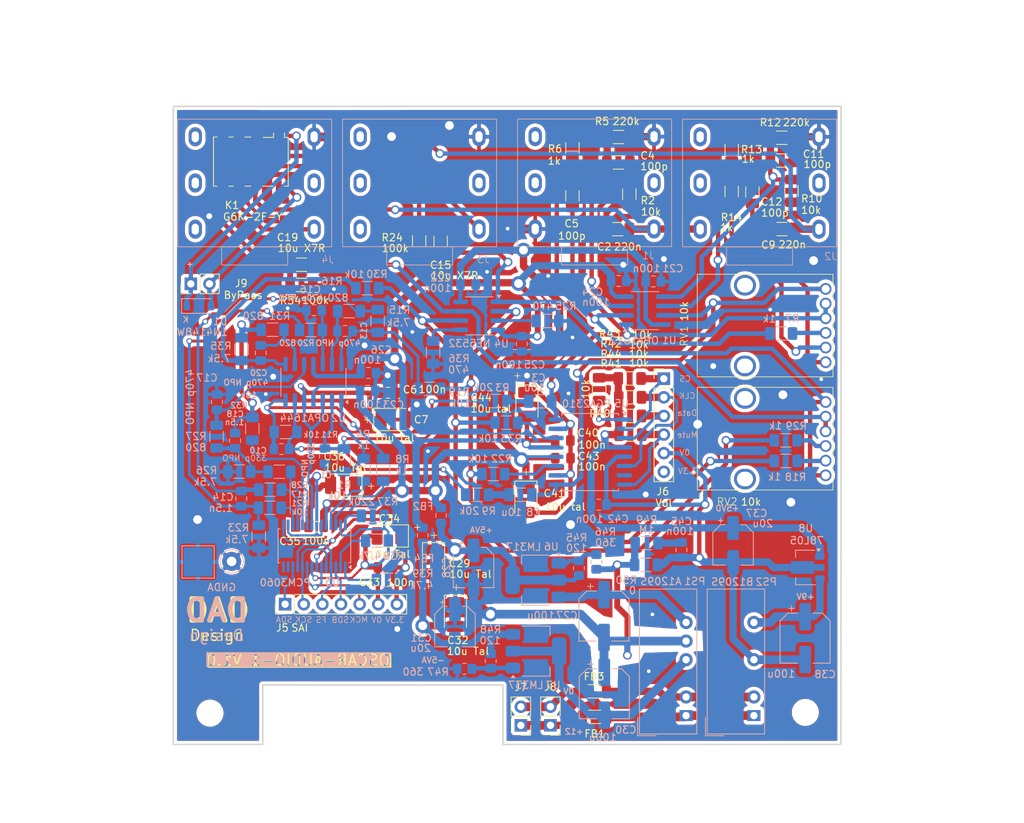
<source format=kicad_pcb>
(kicad_pcb (version 20241229) (generator "pcbnew") (generator_version "9.0")
  (layers (0 "F.Cu" signal) (2 "B.Cu" signal) (13 "F.Paste" user) (15 "B.Paste" user) (5 "F.SilkS" user "F.Silkscreen") (7 "B.SilkS" user "B.Silkscreen") (1 "F.Mask" user) (3 "B.Mask" user) (25 "Edge.Cuts" user))
  (net 0 "")
  (net 1 "Net-(C1-Pad2)")
  (net 2 "Net-(C2-Pad1)")
  (net 3 "Net-(U5A-AINL)")
  (net 4 "Net-(C2-Pad2)")
  (net 5 "Net-(C3-Pad2)")
  (net 6 "Net-(U1A-+)")
  (net 7 "Net-(U2A-+)")
  (net 8 "GNDA")
  (net 9 "Net-(U1A--)")
  (net 10 "Net-(U2A--)")
  (net 11 "Net-(U5B-AINR)")
  (net 12 "Net-(C9-Pad1)")
  (net 13 "Net-(C8-Pad2)")
  (net 14 "Net-(C10-Pad2)")
  (net 15 "Net-(C9-Pad2)")
  (net 16 "Net-(U1B-+)")
  (net 17 "Net-(U1B--)")
  (net 18 "Net-(C15-Pad2)")
  (net 19 "Net-(C15-Pad1)")
  (net 20 "Net-(U2B--)")
  (net 21 "Net-(C19-Pad1)")
  (net 22 "Net-(C13-Pad2)")
  (net 23 "Net-(C14-Pad2)")
  (net 24 "Net-(C14-Pad1)")
  (net 25 "Net-(U6-VO)")
  (net 26 "Net-(U7-VO)")
  (net 27 "Net-(PS2-+9V)")
  (net 28 "Net-(C45-Pad1)")
  (net 29 "Net-(C18-Pad1)")
  (net 30 "Net-(C18-Pad2)")
  (net 32 "Net-(C19-Pad2)")
  (net 33 "Net-(C20-Pad2)")
  (net 35 "+5VA")
  (net 36 "-5VA")
  (net 37 "Net-(PS1-+9V)")
  (net 39 "Net-(PS1--9V)")
  (net 41 "+5VD")
  (net 45 "/Alim/+12V")
  (net 46 "Net-(PS1-+Vin)")
  (net 47 "Net-(PS1--Vin)")
  (net 48 "/Alim/0V")
  (net 55 "Net-(U2C-+)")
  (net 57 "+3.3VSAI")
  (net 58 "Net-(U2C--)")
  (net 59 "Net-(U3A-V_{IN}L)")
  (net 60 "Net-(U2D-+)")
  (net 61 "Net-(R7-Pad2)")
  (net 62 "Net-(U3A-V_{IN}R)")
  (net 63 "Net-(U2D--)")
  (net 64 "Net-(R14-Pad2)")
  (net 65 "Net-(U3A-V_{OUT}R+)")
  (net 66 "Net-(R18-Pad2)")
  (net 67 "Net-(U4B--)")
  (net 68 "VOL_Mute")
  (net 69 "Net-(U3A-V_{OUT}R-)")
  (net 70 "VOL_CLK")
  (net 71 "VOL_CS")
  (net 72 "VOL_Data")
  (net 73 "Net-(U5B-AOUTR)")
  (net 74 "Net-(U4B-+)")
  (net 75 "Net-(U3A-V_{OUT}L-)")
  (net 76 "Net-(U4A--)")
  (net 77 "Net-(R29-Pad2)")
  (net 78 "Net-(U3A-V_{OUT}L+)")
  (net 79 "Net-(U5A-AOUTL)")
  (net 80 "Net-(U4A-+)")
  (net 81 "Net-(U3B-MODE)")
  (net 82 "Net-(U3B-MD{slash}SDA{slash}DEMP)")
  (net 83 "Net-(U3B-MC{slash}SCL{slash}FMT)")
  (net 84 "Net-(U5C-ZCEN)")
  (net 85 "Net-(U6-ADJ)")
  (net 86 "SAI2_SDA")
  (net 87 "SAI2_SCK")
  (net 88 "SAI2_FS")
  (net 89 "SAI2_MCLK")
  (net 90 "Net-(U7-ADJ)")
  (net 91 "SAI2_SDB")
  (net 95 "GNDD_SAI")
  (net 97 "GNDD_Vol")
  (net 98 "/Analog/+R5V")
  (net 99 "/Analog/R0V")
  (net 100 "Net-(J3-PadT)")
  (net 101 "Net-(J4-PadT)")
  (footprint "Capacitor_Tantalum_SMD:CP_EIA-3528-21_Kemet-B_HandSolder" (layer "F.Cu") (at 151.09 114.59 -90)
    (property "Reference" "C32")
    (property "Value" "10u Tal")
  )
  (footprint "Resistor_SMD:R_1206_3216Metric_Pad1.30x1.75mm_HandSolder" (layer "F.Cu") (at 170.69 83.84 -90)
    (property "Reference" "R40")
    (property "Value" "10k")
  )
  (footprint "Connector_PinHeader_2.54mm:PinHeader_1x07_P2.54mm_Vertical" (layer "F.Cu") (at 127.87 113.18 90)
    (property "Reference" "J5")
    (property "Value" "SAI")
  )
  (footprint "Resistor_SMD:R_1206_3216Metric_Pad1.30x1.75mm_HandSolder" (layer "F.Cu") (at 188.74 56.9 -90)
    (property "Reference" "R14")
    (property "Value" "1k")
  )
  (footprint "Capacitor_SMD:C_0805_2012Metric_Pad1.18x1.45mm_HandSolder" (layer "F.Cu") (at 165.72 90.85 180)
    (property "Reference" "C43")
    (property "Value" "100n")
  )
  (footprint "Resistor_SMD:R_1206_3216Metric_Pad1.30x1.75mm_HandSolder" (layer "F.Cu") (at 174.9 87.5)
    (property "Reference" "R44")
    (property "Value" "10k")
  )
  (footprint "Capacitor_SMD:C_0805_2012Metric_Pad1.18x1.45mm_HandSolder" (layer "F.Cu") (at 165.74 93.26)
    (property "Reference" "C40")
    (property "Value" "100n")
  )
  (footprint "Connector_PinHeader_2.54mm:PinHeader_1x06_P2.54mm_Vertical" (layer "F.Cu") (at 179.5 82.42)
    (property "Reference" "J6")
    (property "Value" "Vol")
  )
  (footprint "Capacitor_SMD:C_0805_2012Metric_Pad1.18x1.45mm_HandSolder" (layer "F.Cu") (at 141.9125 84.34 180)
    (property "Reference" "C6")
    (property "Value" "100n")
  )
  (footprint "Capacitor_Tantalum_SMD:CP_EIA-3528-21_Kemet-B_HandSolder" (layer "F.Cu") (at 142.5875 87.99)
    (property "Reference" "C7")
    (property "Value" "10u tal")
  )
  (footprint "Capacitor_SMD:C_0805_2012Metric_Pad1.18x1.45mm_HandSolder" (layer "F.Cu") (at 141.55 108.16 180)
    (property "Reference" "C33")
    (property "Value" "100n")
  )
  (footprint "Capacitor_Tantalum_SMD:CP_EIA-3528-21_Kemet-B_HandSolder" (layer "F.Cu") (at 148.1 107.4125 -90)
    (property "Reference" "C29")
    (property "Value" "10u Tal")
  )
  (footprint "Resistor_SMD:R_1206_3216Metric_Pad1.30x1.75mm_HandSolder" (layer "F.Cu") (at 130.1 69.63)
    (property "Reference" "R34")
    (property "Value" "100k")
  )
  (footprint "Capacitor_Tantalum_SMD:CP_EIA-3528-21_Kemet-B_HandSolder" (layer "F.Cu") (at 160.7 99.0325 -90)
    (property "Reference" "C41")
    (property "Value" "10u tal")
  )
  (footprint "Resistor_SMD:R_1206_3216Metric_Pad1.30x1.75mm_HandSolder" (layer "F.Cu") (at 173.32 49.45)
    (property "Reference" "R5")
    (property "Value" "220k")
  )
  (footprint "Capacitor_SMD:C_1206_3216Metric_Pad1.33x1.80mm_HandSolder" (layer "F.Cu") (at 195.58 52.66 180)
    (property "Reference" "C11")
    (property "Value" "100p")
  )
  (footprint "@Projet:Potentioneter Double 1 ligne" (layer "F.Cu") (at 201.56 75.17 90)
    (property "Reference" "RV1")
    (property "Value" "10k")
  )
  (footprint "Resistor_SMD:R_1206_3216Metric_Pad1.30x1.75mm_HandSolder" (layer "F.Cu") (at 174.9 84.96)
    (property "Reference" "R42")
    (property "Value" "10k")
  )
  (footprint "Resistor_SMD:R_1206_3216Metric_Pad1.30x1.75mm_HandSolder" (layer "F.Cu") (at 196.9 56.8 -90)
    (property "Reference" "R10")
    (property "Value" "10k")
  )
  (footprint "Inductor_SMD:L_1206_3216Metric_Pad1.22x1.90mm_HandSolder" (layer "F.Cu") (at 170.07 128.55)
    (property "Reference" "FB1")
    (property "Value" "FerriteBead" (hide yes))
  )
  (footprint "Resistor_SMD:R_1206_3216Metric_Pad1.30x1.75mm_HandSolder" (layer "F.Cu") (at 188.75 51.15 90)
    (property "Reference" "R13")
    (property "Value" "1k")
  )
  (footprint "MountingHole:MountingHole_3.2mm_M3" (layer "F.Cu") (at 117.63 128.04)
    (property "Reference" "REF**" (hide yes))
    (property "Value" "MountingHole_3.2mm_M3" (hide yes))
  )
  (footprint "Resistor_SMD:R_1206_3216Metric_Pad1.30x1.75mm_HandSolder" (layer "F.Cu") (at 146.14 63.61 -90)
    (property "Reference" "R24")
    (property "Value" "100k")
  )
  (footprint "Capacitor_Tantalum_SMD:CP_EIA-3528-21_Kemet-B_HandSolder" (layer "F.Cu") (at 160.84 85.9125 -90)
    (property "Reference" "C44")
    (property "Value" "10u tal")
  )
  (footprint "Capacitor_SMD:C_1206_3216Metric_Pad1.33x1.80mm_HandSolder" (layer "F.Cu") (at 173.23 62.02 180)
    (property "Reference" "C2")
    (property "Value" "220n")
  )
  (footprint "Capacitor_Tantalum_SMD:CP_EIA-3528-21_Kemet-B_HandSolder" (layer "F.Cu") (at 135.7 96.94 180)
    (property "Reference" "C36")
    (property "Value" "10u Tal")
  )
  (footprint "Connector_PinHeader_2.54mm:PinHeader_1x02_P2.54mm_Vertical" (layer "F.Cu") (at 164.04 129.7 180)
    (property "Reference" "J8")
    (property "Value" "+12V" (hide yes))
  )
  (footprint "Capacitor_SMD:C_1206_3216Metric_Pad1.33x1.80mm_HandSolder" (layer "F.Cu") (at 191.57 56.95 -90)
    (property "Reference" "C12")
    (property "Value" "100p")
  )
  (footprint "MountingHole:MountingHole_3.2mm_M3" (layer "F.Cu") (at 198.79 127.94)
    (property "Reference" "REF**" (hide yes))
    (property "Value" "MountingHole_3.2mm_M3" (hide yes))
  )
  (footprint "Capacitor_SMD:C_1206_3216Metric_Pad1.33x1.80mm_HandSolder" (layer "F.Cu") (at 195.6 62.01 180)
    (property "Reference" "C9")
    (property "Value" "220n")
  )
  (footprint "@Projet:Potentioneter Double 1 ligne" (layer "F.Cu") (at 201.56 90.6 90)
    (property "Reference" "RV2")
    (property "Value" "10k")
  )
  (footprint "Capacitor_SMD:C_1206_3216Metric_Pad1.33x1.80mm_HandSolder" (layer "F.Cu") (at 173.3 52.92 180)
    (property "Reference" "C4")
    (property "Value" "100p")
  )
  (footprint "Resistor_SMD:R_1206_3216Metric_Pad1.30x1.75mm_HandSolder" (layer "F.Cu") (at 195.58 49.55)
    (property "Reference" "R12")
    (property "Value" "220k")
  )
  (footprint "Capacitor_SMD:C_1206_3216Metric_Pad1.33x1.80mm_HandSolder" (layer "F.Cu") (at 167.04 57.4775 -90)
    (property "Reference" "C5")
    (property "Value" "100p")
  )
  (footprint "Capacitor_SMD:C_0805_2012Metric_Pad1.18x1.45mm_HandSolder" (layer "F.Cu") (at 132.09 102.63 180)
    (property "Reference" "C35")
    (property "Value" "100n")
  )
  (footprint "Capacitor_SMD:C_1206_3216Metric_Pad1.33x1.80mm_HandSolder" (layer "F.Cu") (at 130.11 66.87)
    (property "Reference" "C19")
    (property "Value" "10u X7R")
  )
  (footprint "Inductor_SMD:L_1206_3216Metric_Pad1.22x1.90mm_HandSolder" (layer "F.Cu") (at 170 125.07)
    (property "Reference" "FB3")
    (property "Value" "FerriteBead" (hide yes))
  )
  (footprint "Resistor_SMD:R_1206_3216Metric_Pad1.30x1.75mm_HandSolder" (layer "F.Cu") (at 174.79 57.24 -90)
    (property "Reference" "R2")
    (property "Value" "10k")
  )
  (footprint "Relay_SMD:Relay_DPDT_Omron_G6K-2F-Y" (layer "F.Cu") (at 123.2 52.8 -90)
    (property "Reference" "K1")
    (property "Value" "G6K-2F-Y")
  )
  (footprint "Resistor_SMD:R_1206_3216Metric_Pad1.30x1.75mm_HandSolder" (layer "F.Cu") (at 174.94 90.05)
    (property "Reference" "R41")
    (property "Value" "10k")
  )
  (footprint "Resistor_SMD:R_1206_3216Metric_Pad1.30x1.75mm_HandSolder" (layer "F.Cu") (at 167.04 50.93 90)
    (property "Reference" "R6")
    (property "Value" "1k")
  )
  (footprint "Capacitor_Tantalum_SMD:CP_EIA-3528-21_Kemet-B_HandSolder" (layer "F.Cu") (at 142.03 103.87 180)
    (property "Reference" "C34")
    (property "Value" "10u Tal")
  )
  (footprint "Connector_PinHeader_2.54mm:PinHeader_1x02_P2.54mm_Vertical" (layer "F.Cu") (at 160.01 129.71 180)
    (property "Reference" "J7")
    (property "Value" "+12V" (hide yes))
  )
  (footprint "Connector_PinHeader_2.54mm:PinHeader_1x02_P2.54mm_Vertical" (layer "F.Cu") (at 115.015 69.48 90)
    (property "Reference" "J9")
    (property "Value" "ByPass")
  )
  (footprint "Capacitor_SMD:C_1206_3216Metric_Pad1.33x1.80mm_HandSolder" (layer "F.Cu") (at 149.07 63.66 -90)
    (property "Reference" "C15")
    (property "Value" "10u X7R")
  )
  (footprint "Resistor_SMD:R_1206_3216Metric_Pad1.30x1.75mm_HandSolder" (layer "F.Cu") (at 174.84 82.39)
    (property "Reference" "R43")
    (property "Value" "10k")
  )
  (footprint "@Projet:CP_Elec_6.3x9.9_WM" (layer "B.Cu") (at 171.38 125.39 -90)
    (property "Reference" "C30")
    (property "Value" "100u")
  )
  (footprint "@Projet:Jack 6.25" (layer "B.Cu") (at 146.2 55.71 90)
    (property "Reference" "J3")
    (property "Value" "OutR")
  )
  (footprint "Capacitor_SMD:C_0805_2012Metric_Pad1.18x1.45mm_HandSolder" (layer "B.Cu") (at 178.07 69.15)
    (property "Reference" "C21")
    (property "Value" "100n")
  )
  (footprint "Resistor_SMD:R_1206_3216Metric_Pad1.30x1.75mm_HandSolder" (layer "B.Cu") (at 124.28 103.95 -90)
    (property "Reference" "R23")
    (property "Value" "7.5k")
  )
  (footprint "Resistor_SMD:R_1206_3216Metric_Pad1.30x1.75mm_HandSolder" (layer "B.Cu") (at 156.54 85.47)
    (property "Reference" "R3")
    (property "Value" "20k")
  )
  (footprint "Capacitor_SMD:C_0805_2012Metric_Pad1.18x1.45mm_HandSolder" (layer "B.Cu") (at 127.37 92.01 180)
    (property "Reference" "C10")
    (property "Value" "330p NPO")
  )
  (footprint "Resistor_SMD:R_1206_3216Metric_Pad1.30x1.75mm_HandSolder" (layer "B.Cu") (at 123.4 89.25 90)
    (property "Reference" "R32")
    (property "Value" "10k")
  )
  (footprint "Capacitor_SMD:C_0805_2012Metric_Pad1.18x1.45mm_HandSolder" (layer "B.Cu") (at 124.55 78.9 -90)
    (property "Reference" "C20")
    (property "Value" "470p NPO")
  )
  (footprint "Package_SO:SOIC-14_3.9x8.7mm_P1.27mm" (layer "B.Cu") (at 131.73 82.9075 90)
    (property "Reference" "U2")
    (property "Value" "OPA1644")
  )
  (footprint "Resistor_SMD:R_1206_3216Metric_Pad1.30x1.75mm_HandSolder" (layer "B.Cu") (at 138.57 94.86 90)
    (property "Reference" "R4")
    (property "Value" "1k")
  )
  (footprint "Resistor_SMD:R_0805_2012Metric_Pad1.20x1.40mm_HandSolder" (layer "B.Cu") (at 167.92 108.26 90)
    (property "Reference" "R45")
    (property "Value" "120 0.1%" (hide yes))
  )
  (footprint "Resistor_SMD:R_1206_3216Metric_Pad1.30x1.75mm_HandSolder" (layer "B.Cu") (at 147.55 83.8)
    (property "Reference" "R19")
    (property "Value" "10k")
  )
  (footprint "Resistor_SMD:R_1206_3216Metric_Pad1.30x1.75mm_HandSolder" (layer "B.Cu") (at 177.07 107.81)
    (property "Reference" "R50")
    (property "Value" "0")
  )
  (footprint "Resistor_SMD:R_1206_3216Metric_Pad1.30x1.75mm_HandSolder" (layer "B.Cu") (at 139.07 70.07)
    (property "Reference" "R30")
    (property "Value" "10k")
  )
  (footprint "Capacitor_SMD:C_0805_2012Metric_Pad1.18x1.45mm_HandSolder" (layer "B.Cu") (at 139.22 81.64 180)
    (property "Reference" "C26")
    (property "Value" "100n")
  )
  (footprint "Resistor_SMD:R_1206_3216Metric_Pad1.30x1.75mm_HandSolder" (layer "B.Cu") (at 136.58 73.2 180)
    (property "Reference" "R16")
    (property "Value" "820")
  )
  (footprint "Resistor_SMD:R_1206_3216Metric_Pad1.30x1.75mm_HandSolder" (layer "B.Cu") (at 125.78 100.02 180)
    (property "Reference" "R21")
    (property "Value" "10k")
  )
  (footprint "Resistor_SMD:R_1206_3216Metric_Pad1.30x1.75mm_HandSolder" (layer "B.Cu") (at 196.12 93.64)
    (property "Reference" "R18")
    (property "Value" "1k")
  )
  (footprint "@Projet:Jack 6.25" (layer "B.Cu") (at 170.06 55.7 90)
    (property "Reference" "J1")
    (property "Value" "InL")
  )
  (footprint "Package_TO_SOT_SMD:SOT-223-3_TabPin2" (layer "B.Cu") (at 162.08 119.58)
    (property "Reference" "U7")
    (property "Value" "LM337_SOT223" (hide yes))
  )
  (footprint "Capacitor_SMD:C_0805_2012Metric_Pad1.18x1.45mm_HandSolder" (layer "B.Cu") (at 136.03 75.91)
    (property "Reference" "C13")
    (property "Value" "470p NPO")
  )
  (footprint "@Projet:Jack 6.25" (layer "B.Cu") (at 123.72 55.72 90)
    (property "Reference" "J4")
    (property "Value" "OutL")
  )
  (footprint "Resistor_SMD:R_1206_3216Metric_Pad1.30x1.75mm_HandSolder" (layer "B.Cu") (at 140.39 104.52)
    (property "Reference" "R38")
    (property "Value" "4.7k")
  )
  (footprint "Resistor_SMD:R_1206_3216Metric_Pad1.30x1.75mm_HandSolder" (layer "B.Cu") (at 140.48 74.55 -90)
    (property "Reference" "R15")
    (property "Value" "7.5k")
  )
  (footprint "@Projet:CP_Elec_5x5.4_WM" (layer "B.Cu") (at 153.56 108.165 -90)
    (property "Reference" "C28")
    (property "Value" "20u")
  )
  (footprint "Resistor_SMD:R_1206_3216Metric_Pad1.30x1.75mm_HandSolder" (layer "B.Cu") (at 118.53 90.33 90)
    (property "Reference" "R27")
    (property "Value" "820")
  )
  (footprint "Resistor_SMD:R_1206_3216Metric_Pad1.30x1.75mm_HandSolder" (layer "B.Cu") (at 158.03 88.41 180)
    (property "Reference" "R33")
    (property "Value" "10k")
  )
  (footprint "Package_TO_SOT_SMD:SOT-89-3" (layer "B.Cu") (at 198.82 108.17 180)
    (property "Reference" "U8")
    (property "Value" "L78L05_SOT89" (hide yes))
  )
  (footprint "Resistor_SMD:R_1206_3216Metric_Pad1.30x1.75mm_HandSolder" (layer "B.Cu") (at 127.93 89.69)
    (property "Reference" "R11")
    (property "Value" "10k")
  )
  (footprint "@Projet:Converter_DCDC_TRACO_TBA2-xxxx_Single_THT" (layer "B.Cu") (at 191.78 128.37)
    (property "Reference" "PS2")
    (property "Value" "B1209S")
  )
  (footprint "Capacitor_SMD:C_0805_2012Metric_Pad1.18x1.45mm_HandSolder" (layer "B.Cu") (at 173.34 69.09 180)
    (property "Reference" "C24")
    (property "Value" "100n")
  )
  (footprint "Resistor_SMD:R_1206_3216Metric_Pad1.30x1.75mm_HandSolder" (layer "B.Cu") (at 125.82 97.56 180)
    (property "Reference" "R17")
    (property "Value" "10k" (hide yes))
  )
  (footprint "Resistor_SMD:R_0805_2012Metric_Pad1.20x1.40mm_HandSolder" (layer "B.Cu") (at 155.9 120.93 90)
    (property "Reference" "R48")
    (property "Value" "120 0.1%" (hide yes))
  )
  (footprint "Capacitor_SMD:C_0805_2012Metric_Pad1.18x1.45mm_HandSolder" (layer "B.Cu") (at 152.81 69.56)
    (property "Reference" "C22")
    (property "Value" "100n")
  )
  (footprint "Capacitor_SMD:C_0805_2012Metric_Pad1.18x1.45mm_HandSolder" (layer "B.Cu") (at 133.29 92.98 -90)
    (property "Reference" "C1")
    (property "Value" "330p NPO" (hide yes))
  )
  (footprint "@Projet:Converter_DCDC_TRACO_TBA2-xxxx_Dual_THT" (layer "B.Cu") (at 182.53 128.37)
    (property "Reference" "PS1")
    (property "Value" "A1209S 2W" (hide yes))
  )
  (footprint "Package_SO:TSSOP-28_4.4x9.7mm_P0.65mm" (layer "B.Cu") (at 131.855 105.2175 90)
    (property "Reference" "U3")
    (property "Value" "PCM3060")
  )
  (footprint "Resistor_SMD:R_1206_3216Metric_Pad1.30x1.75mm_HandSolder" (layer "B.Cu") (at 177.14 104.84)
    (property "Reference" "R49")
    (property "Value" "1M")
  )
  (footprint "Capacitor_SMD:C_0805_2012Metric_Pad1.18x1.45mm_HandSolder" (layer "B.Cu") (at 160.13 77.67 90)
    (property "Reference" "C25")
    (property "Value" "100n")
  )
  (footprint "@Projet:CP_Elec_6.3x9.9_WM" (layer "B.Cu") (at 198.76 117.805 -90)
    (property "Reference" "C38")
    (property "Value" "100u")
  )
  (footprint "Diode_SMD:D_SOD-123" (layer "B.Cu") (at 116.12 72.5)
    (property "Reference" "D1")
    (property "Value" "1N4148W")
  )
  (footprint "Resistor_SMD:R_1206_3216Metric_Pad1.30x1.75mm_HandSolder" (layer "B.Cu") (at 139.82 101.12)
    (property "Reference" "R37")
    (property "Value" "220k")
  )
  (footprint "@Projet:Jack 6.25" (layer "B.Cu") (at 192.55 55.72 90)
    (property "Reference" "J2")
    (property "Value" "InR")
  )
  (footprint "Capacitor_SMD:C_0805_2012Metric_Pad1.18x1.45mm_HandSolder" (layer "B.Cu") (at 118.58 85.6025 -90)
    (property "Reference" "C17")
    (property "Value" "470p NPO")
  )
  (footprint "Resistor_SMD:R_1206_3216Metric_Pad1.30x1.75mm_HandSolder" (layer "B.Cu") (at 196.12 90.83)
    (property "Reference" "R29")
    (property "Value" "1k")
  )
  (footprint "Capacitor_SMD:C_0805_2012Metric_Pad1.18x1.45mm_HandSolder" (layer "B.Cu") (at 121.89 98.77 90)
    (property "Reference" "C14")
    (property "Value" "1.5n")
  )
  (footprint "Resistor_SMD:R_0805_2012Metric_Pad1.20x1.40mm_HandSolder" (layer "B.Cu") (at 170.31 107.41 -90)
    (property "Reference" "R46")
    (property "Value" "360 0.1%" (hide yes))
  )
  (footprint "Capacitor_SMD:C_0805_2012Metric_Pad1.18x1.45mm_HandSolder" (layer "B.Cu") (at 131.81 73.08)
    (property "Reference" "C16")
    (property "Value" "470p NPO")
  )
  (footprint "Resistor_SMD:R_1206_3216Metric_Pad1.30x1.75mm_HandSolder" (layer "B.Cu") (at 126.16 75.74)
    (property "Reference" "R31")
    (property "Value" "820")
  )
  (footprint "Package_SO:SOIC-16W_7.5x10.3mm_P1.27mm" (layer "B.Cu") (at 169.45 92.425 180)
    (property "Reference" "U5")
    (property "Value" "PGA2310")
  )
  (footprint "Package_TO_SOT_SMD:SOT-223-3_TabPin2" (layer "B.Cu") (at 162.02 109.8925 180)
    (property "Reference" "U6")
    (property "Value" "LM317_SOT-223" (hide yes))
  )
  (footprint "Resistor_SMD:R_1206_3216Metric_Pad1.30x1.75mm_HandSolder" (layer "B.Cu") (at 156.25 95.43 180)
    (property "Reference" "R22")
    (property "Value" "10k")
  )
  (footprint "Package_SO:SOP-8_3.76x4.96mm_P1.27mm" (layer "B.Cu") (at 176.9125 73.135)
    (property "Reference" "U1")
    (property "Value" "OPA1612")
  )
  (footprint "Resistor_SMD:R_0805_2012Metric_Pad1.20x1.40mm_HandSolder" (layer "B.Cu") (at 152.33 121.99)
    (property "Reference" "R47")
    (property "Value" "360 0.1%" (hide yes))
  )
  (footprint "Resistor_SMD:R_1206_3216Metric_Pad1.30x1.75mm_HandSolder" (layer "B.Cu") (at 121.92 78.39 -90)
    (property "Reference" "R35")
    (property "Value" "7.5k")
  )
  (footprint "TestPoint:TestPoint_Pad_4.0x4.0mm" (layer "B.Cu") (at 116.01 107.41 180)
    (property "Reference" "TP1" (hide yes))
    (property "Value" "GNDA")
  )
  (footprint "Capacitor_SMD:C_0805_2012Metric_Pad1.18x1.45mm_HandSolder" (layer "B.Cu") (at 170.62 99.61)
    (property "Reference" "C42")
    (property "Value" "100n")
  )
  (footprint "Resistor_SMD:R_1206_3216Metric_Pad1.30x1.75mm_HandSolder" (layer "B.Cu") (at 195.49 76.25)
    (property "Reference" "R7")
    (property "Value" "1k")
  )
  (footprint "Inductor_SMD:L_0805_2012Metric_Pad1.15x1.40mm_HandSolder" (layer "B.Cu") (at 146.63 103.77 90)
    (property "Reference" "FB4")
    (property "Value" "FerriteBead_Small" (hide yes))
  )
  (footprint "Resistor_SMD:R_1206_3216Metric_Pad1.30x1.75mm_HandSolder" (layer "B.Cu") (at 121.62 95.09 180)
    (property "Reference" "R26")
    (property "Value" "7.5k")
  )
  (footprint "Capacitor_SMD:C_0805_2012Metric_Pad1.18x1.45mm_HandSolder" (layer "B.Cu") (at 181.9 105.78 -90)
    (property "Reference" "C45")
    (property "Value" "100n")
  )
  (footprint "@Projet:CP_Elec_5x5.4_WM" (layer "B.Cu") (at 151.02 116.23 -90)
    (property "Reference" "C31")
    (property "Value" "20u")
  )
  (footprint "Resistor_SMD:R_1206_3216Metric_Pad1.30x1.75mm_HandSolder" (layer "B.Cu") (at 131.39 75.76)
    (property "Reference" "R20")
    (property "Value" "820")
  )
  (footprint "Resistor_SMD:R_1206_3216Metric_Pad1.30x1.75mm_HandSolder" (layer "B.Cu") (at 127.08 95.11 180)
    (property "Reference" "R28")
    (property "Value" "10k" (hide yes))
  )
  (footprint "Resistor_SMD:R_1206_3216Metric_Pad1.30x1.75mm_HandSolder" (layer "B.Cu") (at 163.63 74.54)
    (property "Reference" "R25")
    (property "Value" "470")
  )
  (footprint "@Projet:CP_Elec_5x5.4_WM" (layer "B.Cu") (at 188.94 105.095 -90)
    (property "Reference" "C37")
    (property "Value" "20u")
  )
  (footprint "Package_SO:SOP-8_3.76x4.96mm_P1.27mm" (layer "B.Cu") (at 154.33 73.85 180)
    (property "Reference" "U4")
    (property "Value" "NE5532")
  )
  (footprint "Resistor_SMD:R_1206_3216Metric_Pad1.30x1.75mm_HandSolder" (layer "B.Cu") (at 135.89 93.54 90)
    (property "Reference" "R1")
    (property "Value" "10k")
  )
  (footprint "Inductor_SMD:L_0805_2012Metric_Pad1.15x1.40mm_HandSolder" (layer "B.Cu") (at 149.13 101.07 90)
    (property "Reference" "FB2")
    (property "Value" "FerriteBead_Small" (hide yes))
  )
  (footprint "Resistor_SMD:R_1206_3216Metric_Pad1.30x1.75mm_HandSolder" (layer "B.Cu") (at 148.05 78.83 -90)
    (property "Reference" "R36")
    (property "Value" "470")
  )
  (footprint "Resistor_SMD:R_1206_3216Metric_Pad1.30x1.75mm_HandSolder" (layer "B.Cu") (at 154.04 98.25)
    (property "Reference" "R9")
    (property "Value" "20k")
  )
  (footprint "Resistor_SMD:R_1206_3216Metric_Pad1.30x1.75mm_HandSolder" (layer "B.Cu") (at 141.24 94.86 90)
    (property "Reference" "R8")
    (property "Value" "1k")
  )
  (footprint "@Projet:CP_Elec_6.3x9.9_WM" (layer "B.Cu") (at 171.34 114.795 -90)
    (property "Reference" "C27")
    (property "Value" "100u")
  )
  (footprint "Capacitor_SMD:C_1206_3216Metric_Pad1.33x1.80mm_HandSolder" (layer "B.Cu") (at 159.95 98.24 180)
    (property "Reference" "C8")
    (property "Value" "10u X7R" (hide yes))
  )
  (footprint "Capacitor_SMD:C_0805_2012Metric_Pad1.18x1.45mm_HandSolder" (layer "B.Cu") (at 121.04 90.8625 90)
    (property "Reference" "C18")
    (property "Value" "1.5n")
  )
  (footprint "Connector_Pin:Pin_D1.3mm_L11.0mm" (layer "B.Cu") (at 120.58 107.34 180)
    (property "Reference" "TP2" (hide yes))
    (property "Value" "GNDA")
  )
  (footprint "Resistor_SMD:R_1206_3216Metric_Pad1.30x1.75mm_HandSolder" (layer "B.Cu") (at 141.87 109.86)
    (property "Reference" "R39")
    (property "Value" "4.7k")
  )
  (footprint "Capacitor_SMD:C_1206_3216Metric_Pad1.33x1.80mm_HandSolder" (layer "B.Cu") (at 162.64 85.5 180)
    (property "Reference" "C3")
    (property "Value" "10u X7R" (hide yes))
  )
  (footprint "Capacitor_SMD:C_0805_2012Metric_Pad1.18x1.45mm_HandSolder" (layer "B.Cu") (at 139.12 84.07)
    (property "Reference" "C23")
    (property "Value" "100n")
  )
  (gr_line (start 128.56 96.65) (end 128.56 100.9) (stroke (width 0.1)) (layer "B.SilkS"))
  (gr_line (start 112.64 132.31) (end 112.64 45.27) (stroke (width 0.2)) (layer "Edge.Cuts"))
  (gr_line (start 124.82 132.31) (end 112.64 132.31) (stroke (width 0.2)) (layer "Edge.Cuts"))
  (gr_line (start 124.82 124.19) (end 124.82 132.31) (stroke (width 0.2)) (layer "Edge.Cuts"))
  (gr_line (start 157.56 124.2) (end 124.82 124.19) (stroke (width 0.2)) (layer "Edge.Cuts"))
  (gr_line (start 112.64 45.27) (end 203.66 45.26) (stroke (width 0.2)) (layer "Edge.Cuts"))
  (gr_line (start 203.64 132.31) (end 157.56 132.32) (stroke (width 0.2)) (layer "Edge.Cuts"))
  (gr_line (start 203.66 45.26) (end 203.64 132.31) (stroke (width 0.2)) (layer "Edge.Cuts"))
  (gr_line (start 157.56 132.32) (end 157.56 124.2) (stroke (width 0.2)) (layer "Edge.Cuts"))
  (gr_text "Design" (at 114.76 118.3 0) (layer "F.SilkS") (effects (font (size 1.5 1.5) (thickness 0.1875)) (justify left bottom)))
  (gr_text "+" (at 150.52 111.4 0) (layer "F.SilkS") (effects (font (size 1 1) (thickness 0.1)) (justify left bottom)))
  (gr_text "+" (at 138.92 97.58 0) (layer "F.SilkS") (effects (font (size 1 1) (thickness 0.1)) (justify left bottom)))
  (gr_text "+" (at 147.51 104.3 0) (layer "F.SilkS") (effects (font (size 1 1) (thickness 0.1)) (justify left bottom)))
  (gr_text "DAD" (at 114.02 115.79 0) (layer "F.SilkS") (effects (font (size 3 3) (thickness 0.6) (bold yes)) (justify left bottom)))
  (gr_text "+" (at 160.04 95.66 0) (layer "F.SilkS") (effects (font (size 1 1) (thickness 0.1)) (justify left bottom)))
  (gr_text "OSCAR-AUDIO-1 V1.0" (at 117.18 121.78 0) (layer "F.SilkS" knockout) (effects (font (size 1.5 1.5) (thickness 0.1875)) (justify left bottom)))
  (gr_text "+" (at 158.86 82.53 0) (layer "F.SilkS") (effects (font (size 1 1) (thickness 0.1)) (justify left bottom)))
  (gr_text "+" (at 138.38 88.55 0) (layer "F.SilkS") (effects (font (size 1 1) (thickness 0.1)) (justify left bottom)))
  (gr_text "+" (at 145.21 103.21 0) (layer "F.SilkS") (effects (font (size 1 1) (thickness 0.1)) (justify left bottom)))
  (gr_text "OSCAR-AUDIO-1 V1.0" (at 142.3 121.68 0) (layer "B.SilkS" knockout) (effects (font (size 1.5 1.5) (thickness 0.1875)) (justify left bottom mirror)))
  (gr_text "0V" (at 167.36 125.52 0) (layer "B.SilkS") (effects (font (size 0.8 0.8) (thickness 0.15) (bold yes)) (justify left bottom mirror)))
  (gr_text "SCK" (at 131.62 115.76 0) (layer "B.SilkS") (effects (font (size 0.8 0.8) (thickness 0.1)) (justify left bottom mirror)))
  (gr_text "3.3V" (at 144.19 115.79 0) (layer "B.SilkS") (effects (font (size 0.8 0.8) (thickness 0.1)) (justify left bottom mirror)))
  (gr_text "FS" (at 133.57 115.78 0) (layer "B.SilkS") (effects (font (size 0.8 0.8) (thickness 0.1)) (justify left bottom mirror)))
  (gr_text "MCK" (at 139.23 115.77 0) (layer "B.SilkS") (effects (font (size 0.8 0.8) (thickness 0.1)) (justify left bottom mirror)))
  (gr_text "SDA" (at 128.93 115.75 0) (layer "B.SilkS") (effects (font (size 0.8 0.8) (thickness 0.1)) (justify left bottom mirror)))
  (gr_text "+" (at 115.47 67.22 0) (layer "B.SilkS") (effects (font (size 0.8 0.8) (thickness 0.15) (bold yes)) (justify left bottom mirror)))
  (gr_text "SDB" (at 136.63 115.78 0) (layer "B.SilkS") (effects (font (size 0.8 0.8) (thickness 0.1)) (justify left bottom mirror)))
  (gr_text "0V" (at 183.14 92.95 0) (layer "B.SilkS") (effects (font (size 0.8 0.8) (thickness 0.1)) (justify left bottom mirror)))
  (gr_text "+12" (at 168.63 131.02 0) (layer "B.SilkS") (effects (font (size 0.8 0.8) (thickness 0.15) (bold yes)) (justify left bottom mirror)))
  (gr_text "3.3V" (at 184.07 95.5 0) (layer "B.SilkS") (effects (font (size 0.8 0.8) (thickness 0.1)) (justify left bottom mirror)))
  (gr_text "CS" (at 183.24 82.9 0) (layer "B.SilkS") (effects (font (size 0.8 0.8) (thickness 0.1)) (justify left bottom mirror)))
  (gr_text "-5VA" (at 149.71 121.28 0) (layer "B.SilkS") (effects (font (size 0.8 0.8) (thickness 0.15) (bold yes)) (justify left bottom mirror)))
  (gr_text "Mute" (at 184.16 90.54 0) (layer "B.SilkS") (effects (font (size 0.8 0.8) (thickness 0.1)) (justify left bottom mirror)))
  (gr_text "CLK" (at 183.86 85.22 0) (layer "B.SilkS") (effects (font (size 0.8 0.8) (thickness 0.1)) (justify left bottom mirror)))
  (gr_text "0V" (at 141.14 115.78 0) (layer "B.SilkS") (effects (font (size 0.8 0.8) (thickness 0.1)) (justify left bottom mirror)))
  (gr_text "+5VA" (at 156.29 103.53 0) (layer "B.SilkS") (effects (font (size 0.8 0.8) (thickness 0.15) (bold yes)) (justify left bottom mirror)))
  (gr_text "K" (at 114.81 74.84 0) (layer "B.SilkS") (effects (font (size 0.8 0.8) (thickness 0.15) (bold yes)) (justify left bottom mirror)))
  (gr_text "DAD" (at 123.2 115.79 -0) (layer "B.SilkS") (effects (font (size 3 3) (thickness 0.6) (bold yes)) (justify left bottom mirror)))
  (gr_text "+9V" (at 200.13 112.62 0) (layer "B.SilkS") (effects (font (size 0.8 0.8) (thickness 0.15) (bold yes)) (justify left bottom mirror)))
  (gr_text "Design" (at 122.31 118.3 -0) (layer "B.SilkS") (effects (font (size 1.5 1.5) (thickness 0.1875)) (justify left bottom mirror)))
  (gr_text "Data" (at 184.1 87.55 0) (layer "B.SilkS") (effects (font (size 0.8 0.8) (thickness 0.1)) (justify left bottom mirror)))
  (gr_text "+5VD" (at 189.89 100.56 0) (layer "B.SilkS") (effects (font (size 0.8 0.8) (thickness 0.15) (bold yes)) (justify left bottom mirror)))
  (segment (start 133.67 95.09) (end 133.29 94.71) (width 0.4) (layer "B.Cu") (net 1))
  (segment (start 136.165 89.335) (end 136.165 89.325) (width 0.4) (layer "B.Cu") (net 1))
  (segment (start 135.54 88.7) (end 135.54 85.3825) (width 0.4) (layer "B.Cu") (net 1))
  (segment (start 135.54 88.71) (end 136.165 89.335) (width 0.4) (layer "B.Cu") (net 1))
  (segment (start 138.57 91.74) (end 138.57 93.31) (width 0.4) (layer "B.Cu") (net 1))
  (segment (start 136.165 89.335) (end 138.57 91.74) (width 0.4) (layer "B.Cu") (net 1))
  (segment (start 133.29 94.0175) (end 133.29 94.71) (width 0.4) (layer "B.Cu") (net 1))
  (segment (start 136.79 95.09) (end 138.57 93.31) (width 0.4) (layer "B.Cu") (net 1))
  (segment (start 135.54 86.37) (end 135.54 88.71) (width 0.4) (layer "B.Cu") (net 1))
  (segment (start 136.165 89.325) (end 135.54 88.7) (width 0.4) (layer "B.Cu") (net 1))
  (segment (start 135.89 95.09) (end 133.67 95.09) (width 0.4) (layer "B.Cu") (net 1))
  (segment (start 135.89 95.09) (end 136.79 95.09) (width 0.4) (layer "B.Cu") (net 1))
  (segment (start 123.8 56.3) (end 123.8 58.11) (width 0.6) (layer "F.Cu") (net 2))
  (segment (start 142.85 59.34) (end 142.88 59.37) (width 0.6) (layer "F.Cu") (net 2))
  (segment (start 174.7925 62.02) (end 178.14 62.02) (width 1) (layer "F.Cu") (net 2))
  (segment (start 178.14 62.02) (end 178.16 62) (width 1) (layer "F.Cu") (net 2))
  (segment (start 123.8 58.11) (end 125.03 59.34) (width 0.6) (layer "F.Cu") (net 2))
  (segment (start 125.03 59.34) (end 142.85 59.34) (width 0.6) (layer "F.Cu") (net 2))
  (segment (start 184.43 62) (end 184.45 62.02) (width 1) (layer "F.Cu") (net 2))
  (segment (start 178.16 62) (end 184.43 62) (width 1) (layer "F.Cu") (net 2))
  (via (at 142.88 59.37) (size 1.2) (drill 0.8) (layers "F.Cu" "B.Cu") (net 2))
  (segment (start 175.61 62) (end 178.16 62) (width 0.6) (layer "B.Cu") (net 2))
  (segment (start 142.88 59.37) (end 172.98 59.37) (width 0.6) (layer "B.Cu") (net 2))
  (segment (start 172.98 59.37) (end 175.61 62) (width 0.6) (layer "B.Cu") (net 2))
  (segment (start 164.14 82.45) (end 164.14 83.31) (width 0.6) (layer "F.Cu") (net 3))
  (segment (start 170.21 76.38) (end 164.14 82.45) (width 0.6) (layer "F.Cu") (net 3))
  (segment (start 167.04 69.01) (end 167.04 59.04) (width 0.6) (layer "F.Cu") (net 3))
  (segment (start 174.48 76.45) (end 167.04 69.01) (width 0.6) (layer "F.Cu") (net 3))
  (segment (start 174.41 76.38) (end 170.21 76.38) (width 0.6) (layer "F.Cu") (net 3))
  (segment (start 174.48 76.45) (end 174.41 76.38) (width 0.6) (layer "F.Cu") (net 3))
  (via (at 164.14 83.31) (size 1.2) (drill 0.8) (layers "F.Cu" "B.Cu") (net 3))
  (via (at 174.48 76.45) (size 1.2) (drill 0.8) (layers "F.Cu" "B.Cu") (net 3))
  (segment (start 188.19 74.17) (end 201.56 74.17) (width 0.6) (layer "B.Cu") (net 3))
  (segment (start 164.2025 86.2825) (end 164.86 86.94) (width 0.6) (layer "B.Cu") (net 3))
  (segment (start 174.405 75.07) (end 174.375 75.04) (width 0.6) (layer "B.Cu") (net 3))
  (segment (start 164.2025 83.3725) (end 164.14 83.31) (width 0.6) (layer "B.Cu") (net 3))
  (segment (start 164.8 87) (end 164.8 87.98) (width 0.6) (layer "B.Cu") (net 3))
  (segment (start 174.48 76.45) (end 174.405 76.375) (width 0.6) (layer "B.Cu") (net 3))
  (segment (start 174.48 76.45) (end 185.91 76.45) (width 0.6) (layer "B.Cu") (net 3))
  (segment (start 164.2025 85.5) (end 164.2025 86.2825) (width 0.6) (layer "B.Cu") (net 3))
  (segment (start 201.56 72.17) (end 201.56 74.17) (width 0.6) (layer "B.Cu") (net 3))
  (segment (start 185.91 76.45) (end 188.19 74.17) (width 0.6) (layer "B.Cu") (net 3))
  (segment (start 164.86 86.94) (end 164.8 87) (width 0.6) (layer "B.Cu") (net 3))
  (segment (start 164.2025 85.5) (end 164.2025 83.3725) (width 0.6) (layer "B.Cu") (net 3))
  (segment (start 174.405 76.375) (end 174.405 75.07) (width 0.6) (layer "B.Cu") (net 3))
  (segment (start 171.6675 59.8375) (end 171.6675 62.02) (width 0.8) (layer "F.Cu") (net 4))
  (segment (start 171.66 59.83) (end 171.6675 59.8375) (width 0.8) (layer "F.Cu") (net 4))
  (segment (start 172.7 58.79) (end 171.66 59.83) (width 0.8) (layer "F.Cu") (net 4))
  (segment (start 174.79 58.79) (end 172.7 58.79) (width 0.8) (layer "F.Cu") (net 4))
  (segment (start 161.0775 85.5) (end 158.12 85.5) (width 0.6) (layer "B.Cu") (net 5))
  (segment (start 158.12 85.5) (end 158.09 85.47) (width 0.6) (layer "B.Cu") (net 5))
  (segment (start 169.66 69.14) (end 169.66 58.48) (width 0.6) (layer "F.Cu") (net 6))
  (segment (start 171.7375 54.9775) (end 172.04 55.28) (width 0.8) (layer "F.Cu") (net 6))
  (segment (start 171.7375 52.92) (end 171.7375 54.9775) (width 0.8) (layer "F.Cu") (net 6))
  (segment (start 172.45 55.69) (end 174.79 55.69) (width 0.8) (layer "F.Cu") (net 6))
  (segment (start 171.77 52.8875) (end 171.7375 52.92) (width 1) (layer "F.Cu") (net 6))
  (segment (start 171.77 49.45) (end 171.77 52.8875) (width 1) (layer "F.Cu") (net 6))
  (segment (start 169.66 58.48) (end 172.45 55.69) (width 0.6) (layer "F.Cu") (net 6))
  (segment (start 172.04 55.28) (end 172.45 55.69) (width 0.8) (layer "F.Cu") (net 6))
  (via (at 169.66 69.14) (size 1.2) (drill 0.8) (layers "F.Cu" "B.Cu") (net 6))
  (segment (start 169.66 69.98) (end 172.18 72.5) (width 0.6) (layer "B.Cu") (net 6))
  (segment (start 172.18 72.5) (end 174.375 72.5) (width 0.6) (layer "B.Cu") (net 6))
  (segment (start 169.66 69.14) (end 169.66 69.98) (width 0.6) (layer "B.Cu") (net 6))
  (segment (start 139.38 87.24) (end 139.39 87.24) (width 0.6) (layer "F.Cu") (net 7))
  (segment (start 130.9 84.34) (end 139.03 84.34) (width 0.6) (layer "F.Cu") (net 7))
  (segment (start 139.38 85.1) (end 139.38 84.65) (width 0.6) (layer "F.Cu") (net 7))
  (segment (start 140.14 87.99) (end 140.96 87.99) (width 0.6) (layer "F.Cu") (net 7))
  (segment (start 139.38 84.65) (end 139.69 84.34) (width 0.6) (layer "F.Cu") (net 7))
  (segment (start 130 83.44) (end 130.9 84.34) (width 0.6) (layer "F.Cu") (net 7))
  (segment (start 139.38 84.69) (end 139.03 84.34) (width 0.6) (layer "F.Cu") (net 7))
  (segment (start 139.69 84.34) (end 140.875 84.34) (width 0.6) (layer "F.Cu") (net 7))
  (segment (start 139.38 87.24) (end 139.38 85.1) (width 0.6) (layer "F.Cu") (net 7))
  (segment (start 130 83.42) (end 130 83.44) (width 0.6) (layer "F.Cu") (net 7))
  (segment (start 139.39 87.24) (end 140.14 87.99) (width 0.6) (layer "F.Cu") (net 7))
  (segment (start 139.38 85.1) (end 139.38 84.69) (width 0.6) (layer "F.Cu") (net 7))
  (segment (start 139.03 84.34) (end 139.69 84.34) (width 0.6) (layer "F.Cu") (net 7))
  (via (at 130 83.42) (size 0.8) (drill 0.5) (layers "F.Cu" "B.Cu") (net 7))
  (segment (start 131.53 97.16) (end 131.06 96.69) (width 0.3) (layer "B.Cu") (net 7))
  (segment (start 131.06 94.91) (end 131.34 94.63) (width 0.3) (layer "B.Cu") (net 7))
  (segment (start 131.34 89.09) (end 131.34 94.63) (width 0.4) (layer "B.Cu") (net 7))
  (segment (start 131.73 89.06) (end 131.665 89.125) (width 0.4) (layer "B.Cu") (net 7))
  (segment (start 131.375 89.125) (end 131.34 89.09) (width 0.4) (layer "B.Cu") (net 7))
  (segment (start 131.34 89.51) (end 131.34 89.09) (width 0.3) (layer "B.Cu") (net 7))
  (segment (start 131.53 102.355) (end 131.53 97.16) (width 0.3) (layer "B.Cu") (net 7))
  (segment (start 130.46 88.21) (end 130.46 85.3825) (width 0.4) (layer "B.Cu") (net 7))
  (segment (start 131.06 96.69) (end 131.06 94.91) (width 0.3) (layer "B.Cu") (net 7))
  (segment (start 131.34 94.63) (end 131.34 89.51) (width 0.3) (layer "B.Cu") (net 7))
  (segment (start 130.03 83.42) (end 130.46 83.85) (width 0.4) (layer "B.Cu") (net 7))
  (segment (start 130 83.42) (end 130.03 83.42) (width 0.4) (layer "B.Cu") (net 7))
  (segment (start 131.73 89.06) (end 131.34 89.45) (width 0.4) (layer "B.Cu") (net 7))
  (segment (start 131.34 89.09) (end 130.46 88.21) (width 0.4) (layer "B.Cu") (net 7))
  (segment (start 131.665 89.125) (end 131.375 89.125) (width 0.4) (layer "B.Cu") (net 7))
  (segment (start 131.34 89.45) (end 131.34 89.51) (width 0.4) (layer "B.Cu") (net 7))
  (segment (start 130.46 83.85) (end 130.46 85.3825) (width 0.4) (layer "B.Cu") (net 7))
  (segment (start 133 87.79) (end 131.73 89.06) (width 0.4) (layer "B.Cu") (net 7))
  (segment (start 133 87.79) (end 133 85.3825) (width 0.4) (layer "B.Cu") (net 7))
  (segment (start 189.6 47.48) (end 188.75 48.33) (width 0.6) (layer "F.Cu") (net 8))
  (segment (start 166.7775 93.26) (end 166.7775 95.45) (width 0.6) (layer "F.Cu") (net 8))
  (segment (start 131.81 49.44) (end 134.83 49.44) (width 1.2) (layer "F.Cu") (net 8))
  (segment (start 167.04 48.24) (end 167.04 49.38) (width 0.6) (layer "F.Cu") (net 8))
  (segment (start 132.99 96.94) (end 134.0725 96.94) (width 0.8) (layer "F.Cu") (net 8))
  (segment (start 197.26 49.42) (end 197.13 49.55) (width 1) (layer "F.Cu") (net 8))
  (segment (start 131.52 98.52) (end 131.52 99.82) (width 0.8) (layer "F.Cu") (net 8))
  (segment (start 166.7775 93.26) (end 166.7775 90.87) (width 0.6) (layer "F.Cu") (net 8))
  (segment (start 178.16 49.4) (end 174.92 49.4) (width 1) (layer "F.Cu") (net 8))
  (segment (start 197.13 48.13) (end 196.48 47.48) (width 0.6) (layer "F.Cu") (net 8))
  (segment (start 197.13 49.55) (end 197.13 48.13) (width 0.6) (layer "F.Cu") (net 8))
  (segment (start 158.25 62) (end 158.2 61.95) (width 1.2) (layer "F.Cu") (net 8))
  (segment (start 144.215 87.99) (end 144.215 86.63) (width 0.8) (layer "F.Cu") (net 8))
  (segment (start 162.42 84.285) (end 160.84 84.285) (width 0.6) (layer "F.Cu") (net 8))
  (segment (start 160.73 100.69) (end 160.7 100.66) (width 0.6) (layer "F.Cu") (net 8))
  (segment (start 166.7575 90.85) (end 166.7575 88.6225) (width 0.6) (layer "F.Cu") (net 8))
  (segment (start 174.87 52.9125) (end 174.8625 52.92) (width 1) (layer "F.Cu") (net 8))
  (segment (start 144.665 85.93) (end 144.215 86.38) (width 0.4) (layer "F.Cu") (net 8))
  (segment (start 131.52 96.83) (end 131.52 97.42) (width 0.8) (layer "F.Cu") (net 8))
  (segment (start 196.48 47.48) (end 189.6 47.48) (width 0.6) (layer "F.Cu") (net 8))
  (segment (start 131.52 97.42) (end 132.14 97.42) (width 0.8) (layer "F.Cu") (net 8))
  (segment (start 173.14 113.5) (end 174.53 114.89) (width 0.8) (layer "F.Cu") (net 8))
  (segment (start 131.0525 100.2875) (end 131.0525 102.63) (width 0.8) (layer "F.Cu") (net 8))
  (segment (start 131.52 98.04) (end 132.14 97.42) (width 0.4) (layer "F.Cu") (net 8))
  (segment (start 164.73 100.69) (end 160.73 100.69) (width 0.6) (layer "F.Cu") (net 8))
  (segment (start 131.52 98.52) (end 131.52 98.41) (width 0.8) (layer "F.Cu") (net 8))
  (segment (start 143.405 85.675) (end 143.985 86.255) (width 0.4) (layer "F.Cu") (net 8))
  (segment (start 154.105 113.045) (end 155.6 114.54) (width 1.2) (layer "F.Cu") (net 8))
  (segment (start 131.52 96.37) (end 131.52 96.83) (width 0.8) (layer "F.Cu") (net 8))
  (segment (start 149.565 113.045) (end 154.105 113.045) (width 1.2) (layer "F.Cu") (net 8))
  (segment (start 143.985 86.255) (end 144.215 86.255) (width 0.4) (layer "F.Cu") (net 8))
  (segment (start 173.14 107.81) (end 173.14 113.5) (width 0.8) (layer "F.Cu") (net 8))
  (segment (start 134.0725 96.94) (end 134.0725 93.5675) (width 1) (layer "F.Cu") (net 8))
  (segment (start 131.52 99.82) (end 131.0525 100.2875) (width 0.8) (layer "F.Cu") (net 8))
  (segment (start 166.7775 98.6425) (end 164.73 100.69) (width 0.6) (layer "F.Cu") (net 8))
  (segment (start 166.7775 90.87) (end 166.7575 90.85) (width 0.6) (layer "F.Cu") (net 8))
  (segment (start 167.76 47.52) (end 167.04 48.24) (width 0.6) (layer "F.Cu") (net 8))
  (segment (start 142.95 85.365) (end 144.215 86.63) (width 0.4) (layer "F.Cu") (net 8))
  (segment (start 144.86 85.985) (end 144.215 86.63) (width 0.4) (layer "F.Cu") (net 8))
  (segment (start 174.87 49.45) (end 174.87 52.9125) (width 1) (layer "F.Cu") (net 8))
  (segment (start 132.51 97.42) (end 132.55 97.38) (width 0.8) (layer "F.Cu") (net 8))
  (segment (start 174.28 47.52) (end 167.76 47.52) (width 0.6) (layer "F.Cu") (net 8))
  (segment (start 155.6 114.54) (end 155.86 114.54) (width 1.2) (layer "F.Cu") (net 8))
  (segment (start 144.215 86.485) (end 143.66 85.93) (width 0.4) (layer "F.Cu") (net 8))
  (segment (start 142.95 84.34) (end 142.95 85.22) (width 0.6) (layer "F.Cu") (net 8))
  (segment (start 144.215 86.63) (end 144.215 86.38) (width 0.8) (layer "F.Cu") (net 8))
  (segment (start 134.0725 93.5675) (end 134.09 93.55) (width 1) (layer "F.Cu") (net 8))
  (segment (start 131.52 98.11) (end 131.52 98.04) (width 0.4) (layer "F.Cu") (net 8))
  (segment (start 174.87 48.11) (end 174.28 47.52) (width 0.6) (layer "F.Cu") (net 8))
  (segment (start 132.18 95.71) (end 131.52 96.37) (width 0.8) (layer "F.Cu") (net 8))
  (segment (start 144.215 86.63) (end 144.215 86.485) (width 0.4) (layer "F.Cu") (net 8))
  (segment (start 166.7775 95.45) (end 166.7775 98.6425) (width 0.6) (layer "F.Cu") (net 8))
  (segment (start 197.13 49.55) (end 197.13 52.6475) (width 1) (layer "F.Cu") (net 8))
  (segment (start 134.83 49.44) (end 134.87 49.4) (width 1.2) (layer "F.Cu") (net 8))
  (segment (start 144.86 85.93) (end 144.665 85.93) (width 0.4) (layer "F.Cu") (net 8))
  (segment (start 174.92 49.4) (end 174.87 49.45) (width 1) (layer "F.Cu") (net 8))
  (segment (start 160.84 84.285) (end 160.84 81.99) (width 0.6) (layer "F.Cu") (net 8))
  (segment (start 142.95 85.22) (end 143.405 85.675) (width 0.6) (layer "F.Cu") (net 8))
  (segment (start 131.52 98.11) (end 131.52 98.52) (width 0.8) (layer "F.Cu") (net 8))
  (segment (start 188.75 48.33) (end 188.75 49.6) (width 0.6) (layer "F.Cu") (net 8))
  (segment (start 174.53 114.89) (end 174.53 120.14) (width 0.8) (layer "F.Cu") (net 8))
  (segment (start 148.1 109.04) (end 148.1 111.58) (width 1.2) (layer "F.Cu") (net 8))
  (segment (start 142.95 85.22) (end 142.95 85.365) (width 0.4) (layer "F.Cu") (net 8))
  (segment (start 162.42 84.285) (end 166.7575 88.6225) (width 0.6) (layer "F.Cu") (net 8))
  (segment (start 200.65 49.42) (end 197.26 49.42) (width 1) (layer "F.Cu") (net 8))
  (segment (start 143.405 85.675) (end 143.66 85.93) (width 0.6) (layer "F.Cu") (net 8))
  (segment (start 144.215 86.38) (end 144.215 86.255) (width 0.8) (layer "F.Cu") (net 8))
  (segment (start 161.96 62) (end 158.25 62) (width 1.2) (layer "F.Cu") (net 8))
  (segment (start 131.52 96.83) (end 131.55 96.83) (width 0.4) (layer "F.Cu") (net 8))
  (segment (start 174.87 49.45) (end 174.87 48.11) (width 0.6) (layer "F.Cu") (net 8))
  (segment (start 143.66 85.93) (end 144.86 85.93) (width 0.6) (layer "F.Cu") (net 8))
  (segment (start 148.1 111.58) (end 149.565 113.045) (width 1.2) (layer "F.Cu") (net 8))
  (segment (start 144.215 86.255) (end 144.22 86.25) (width 0.8) (layer "F.Cu") (net 8))
  (segment (start 144.86 85.93) (end 144.86 85.985) (width 0.4) (layer "F.Cu") (net 8))
  (segment (start 131.52 97.42) (end 131.52 98.11) (width 0.8) (layer "F.Cu") (net 8))
  (segment (start 132.55 97.38) (end 132.99 96.94) (width 0.8) (layer "F.Cu") (net 8))
  (segment (start 132.14 97.42) (end 132.51 97.42) (width 0.8) (layer "F.Cu") (net 8))
  (segment (start 131.55 96.83) (end 132.14 97.42) (width 0.4) (layer "F.Cu") (net 8))
  (segment (start 144.86 85.93) (end 145.82 85.93) (width 0.6) (layer "F.Cu") (net 8))
  (segment (start 197.13 52.6475) (end 197.1425 52.66) (width 1) (layer "F.Cu") (net 8))
  (via (at 138.71 77.87) (size 1.2) (drill 0.8) (layers "F.Cu" "B.Cu") (net 8))
  (via (at 155.4 67.84) (size 0.8) (drill 0.5) (layers "F.Cu" "B.Cu") (net 8))
  (via (at 166.7775 95.45) (size 1.2) (drill 0.8) (layers "F.Cu" "B.Cu") (net 8))
  (via (at 173.97 66.87) (size 1.2) (drill 0.8) (layers "F.Cu" "B.Cu") (net 8))
  (via (at 117.53 60.25) (size 1.2) (drill 0.8) (layers "F.Cu" "B.Cu") (net 8))
  (via (at 145.82 85.93) (size 1.2) (drill 0.8) (layers "F.Cu" "B.Cu") (net 8))
  (via (at 167.05 76.79) (size 0.8) (drill 0.5) (layers "F.Cu" "B.Cu") (net 8))
  (via (at 177.03 98.21) (size 1.2) (drill 0.8) (layers "F.Cu" "B.Cu") (net 8))
  (via (at 163.73 68.4) (size 0.8) (drill 0.5) (layers "F.Cu" "B.Cu") (net 8))
  (via (at 177.44 122.32) (size 0.8) (drill 0.5) (layers "F.Cu" "B.Cu") (net 8))
  (via (at 150.27 47.88) (size 2) (drill 1.2) (layers "F.Cu" "B.Cu") (net 8))
  (via (at 186.23 80.7) (size 1.2) (drill 0.8) (layers "F.Cu" "B.Cu") (net 8))
  (via (at 160.84 81.99) (size 1.2) (drill 0.8) (layers "F.Cu" "B.Cu") (net 8))
  (via (at 184.11 88.63) (size 2) (drill 1.2) (layers "F.Cu" "B.Cu") (net 8))
  (via (at 179.5 66.1) (size 1.2) (drill 0.8) (layers "F.Cu" "B.Cu") (net 8))
  (via (at 145.21 76.04) (size 0.8) (drill 0.5) (layers "F.Cu" "B.Cu") (net 8))
  (via (at 158.2 61.95) (size 0.8) (drill 0.5) (layers "F.Cu" "B.Cu") (net 8))
  (via (at 194.01 72.99) (size 0.8) (drill 0.5) (layers "F.Cu" "B.Cu") (net 8))
  (via (at 166.7575 88.6225) (size 1.2) (drill 0.8) (layers "F.Cu" "B.Cu") (net 8))
  (via (at 166.78 102.32) (size 2) (drill 1.2) (layers "F.Cu" "B.Cu") (net 8))
  (via (at 126.24 82.15) (size 1.2) (drill 0.8) (layers "F.Cu" "B.Cu") (net 8))
  (via (at 115.93 101.63) (size 2) (drill 1.2) (layers "F.Cu" "B.Cu") (net 8))
  (via (at 141.85 81.95) (size 1.2) (drill 0.8) (layers "F.Cu" "B.Cu") (net 8))
  (via (at 142.38 49.39) (size 2) (drill 1.2) (layers "F.Cu" "B.Cu") (net 8))
  (via (at 173.14 107.81) (size 1.2) (drill 0.8) (layers "F.Cu" "B.Cu") (net 8))
  (via (at 195.73 84.61) (size 2) (drill 1.2) (layers "F.Cu" "B.Cu") (net 8))
  (via (at 177.94 114.57) (size 0.8) (drill 0.5) (layers "F.Cu" "B.Cu") (net 8))
  (via (at 174.53 120.14) (size 1.2) (drill 0.8) (layers "F.Cu" "B.Cu") (net 8))
  (via (at 125.24 84.52) (size 0.8) (drill 0.5) (layers "F.Cu" "B.Cu") (net 8))
  (via (at 143.16 116.56) (size 1.2) (drill 0.8) (layers "F.Cu" "B.Cu") (net 8))
  (via (at 200.96 82.49) (size 0.8) (drill 0.5) (layers "F.Cu" "B.Cu") (net 8))
  (via (at 155.86 114.54) (size 2) (drill 1.2) (layers "F.Cu" "B.Cu") (net 8))
  (via (at 166.51 84.42) (size 0.8) (drill 0.5) (layers "F.Cu" "B.Cu") (net 8))
  (via (at 132.18 95.71) (size 1.2) (drill 0.8) (layers "F.Cu" "B.Cu") (net 8))
  (via (at 196.82 99.27) (size 2) (drill 1.2) (layers "F.Cu" "B.Cu") (net 8))
  (via (at 128.22 72.81) (size 0.8) (drill 0.5) (layers "F.Cu" "B.Cu") (net 8))
  (via (at 147.34 92.31) (size 0.8) (drill 0.5) (layers "F.Cu" "B.Cu") (net 8))
  (via (at 199.91 66.31) (size 2) (drill 1.2) (layers "F.Cu" "B.Cu") (net 8))
  (via (at 134.52 70.19) (size 0.8) (drill 0.5) (layers "F.Cu" "B.Cu") (net 8))
  (segment (start 132.18 103.57) (end 132.18 103.51) (width 0.3) (layer "B.Cu") (net 8))
  (segment (start 173.07 107.81) (end 173.14 107.81) (width 0.8) (layer "B.Cu") (net 8))
  (segment (start 132.73 103.79) (end 132.45 103.79) (width 0.3) (layer "B.Cu") (net 8))
  (segment (start 171.34 117.72) (end 171.34 122.095) (width 1.2) (layer "B.Cu") (net 8))
  (segment (start 154.22 114.54) (end 155.86 114.54) (width 1.2) (layer "B.Cu") (net 8))
  (segment (start 174.5 120.11) (end 174.53 120.14) (width 0.8) (layer "B.Cu") (net 8))
  (segment (start 155.86 114.54) (end 168.16 114.54) (width 1.2) (layer "B.Cu") (net 8))
  (segment (start 132.83 103.69) (end 132.73 103.79) (width 0.3) (layer "B.Cu") (net 8))
  (segment (start 174.3775 67.2775) (end 173.97 66.87) (width 0.6) (layer "B.Cu") (net 8))
  (segment (start 131.96 103.79) (end 132.18 103.57) (width 0.3) (layer "B.Cu") (net 8))
  (segment (start 129.93 73.08) (end 130.7725 73.08) (width 0.6) (layer "B.Cu") (net 8))
  (segment (start 166.6275 95.6) (end 166.7775 95.45) (width 0.6) (layer "B.Cu") (net 8))
  (segment (start 128.28 103.38) (end 128.28 102.355) (width 0.3) (layer "B.Cu") (net 8))
  (segment (start 164.8 95.6) (end 166.6275 95.6) (width 0.6) (layer "B.Cu") (net 8))
  (segment (start 153.555 113.905) (end 151.02 113.905) (width 1.2) (layer "B.Cu") (net 8))
  (segment (start 131.79 103.79) (end 128.69 103.79) (width 0.3) (layer "B.Cu") (net 8))
  (segment (start 175.52 104.91) (end 175.59 104.84) (width 1) (layer "B.Cu") (net 8))
  (segment (start 132.83 102.355) (end 132.83 103.69) (width 0.3) (layer "B.Cu") (net 8))
  (segment (start 128.69 103.79) (end 128.28 103.38) (width 0.3) (layer "B.Cu") (net 8))
  (segment (start 153.57 113.89) (end 153.57 113.33) (width 1.2) (layer "B.Cu") (net 8))
  (segment (start 154.22 114.54) (end 153.57 113.89) (width 1.2) (layer "B.Cu") (net 8))
  (segment (start 153.56 113.32) (end 153.56 110.49) (width 1.2) (layer "B.Cu") (net 8))
  (segment (start 171.34 122.095) (end 171.51 122.265) (width 1.2) (layer "B.Cu") (net 8))
  (segment (start 170.31 108.41) (end 172.47 108.41) (width 0.8) (layer "B.Cu") (net 8))
  (segment (start 174.5 118.21) (end 171.83 118.21) (width 1.2) (layer "B.Cu") (net 8))
  (segment (start 166.13 89.25) (end 166.7575 88.6225) (width 0.6) (layer "B.Cu") (net 8))
  (segment (start 131.79 103.79) (end 131.9 103.79) (width 0.3) (layer "B.Cu") (net 8))
  (segment (start 129.66 72.81) (end 129.93 73.08) (width 0.6) (layer "B.Cu") (net 8))
  (segment (start 153.57 113.33) (end 153.56 113.32) (width 1.2) (layer "B.Cu") (net 8))
  (segment (start 171.34 117.72) (end 168.16 114.54) (width 1.2) (layer "B.Cu") (net 8))
  (segment (start 174.5 118.21) (end 174.5 120.11) (width 0.8) (layer "B.Cu") (net 8))
  (segment (start 175.52 107.81) (end 175.52 104.91) (width 1) (layer "B.Cu") (net 8))
  (segment (start 172.47 108.41) (end 173.07 107.81) (width 0.8) (layer "B.Cu") (net 8))
  (segment (start 132.23 103.57) (end 132.45 103.79) (width 0.3) (layer "B.Cu") (net 8))
  (segment (start 153.57 113.89) (end 153.555 113.905) (width 1.2) (layer "B.Cu") (net 8))
  (segment (start 131.9 103.79) (end 132.18 103.51) (width 0.3) (layer "B.Cu") (net 8))
  (segment (start 128.22 72.81) (end 129.66 72.81) (width 0.6) (layer "B.Cu") (net 8))
  (segment (start 182.53 118.21) (end 174.5 118.21) (width 1.2) (layer "B.Cu") (net 8))
  (segment (start 164.8 89.25) (end 166.13 89.25) (width 0.6) (layer "B.Cu") (net 8))
  (segment (start 132.18 103.51) (end 132.18 102.355) (width 0.3) (layer "B.Cu") (net 8))
  (segment (start 173.14 107.81) (end 175.52 107.81) (width 0.8) (layer "B.Cu") (net 8))
  (segment (start 132.18 95.71) (end 132.18 102.355) (width 0.4) (layer "B.Cu") (net 8))
  (segment (start 171.83 118.21) (end 171.34 117.72) (width 1.2) (layer "B.Cu") (net 8))
  (segment (start 132.45 103.79) (end 131.79 103.79) (width 0.3) (layer "B.Cu") (net 8))
  (segment (start 174.3775 69.09) (end 174.3775 67.2775) (width 0.6) (layer "B.Cu") (net 8))
  (segment (start 170.105 74.295) (end 170.105 74.285) (width 0.6) (layer "F.Cu") (net 9))
  (segment (start 167.04 52.48) (end 167.04 55.915) (width 0.8) (layer "F.Cu") (net 9))
  (segment (start 164.9 56.4875) (end 165.4725 55.915) (width 0.6) (layer "F.Cu") (net 9))
  (segment (start 170.105 74.285) (end 164.9 69.08) (width 0.6) (layer "F.Cu") (net 9))
  (segment (start 164.9 69.08) (end 164.9 56.4875) (width 0.6) (layer "F.Cu") (net 9))
  (segment (start 165.4725 55.915) (end 167.04 55.915) (width 0.6) (layer "F.Cu") (net 9))
  (via (at 170.105 74.295) (size 1.2) (drill 0.8) (layers "F.Cu" "B.Cu") (net 9))
  (segment (start 170.63 73.77) (end 174.375 73.77) (width 0.6) (layer "B.Cu") (net 9))
  (segment (start 170.105 74.295) (end 173.45 77.64) (width 0.6) (layer "B.Cu") (net 9))
  (segment (start 188.43 76.25) (end 193.94 76.25) (width 0.6) (layer "B.Cu") (net 9))
  (segment (start 173.45 77.64) (end 187.04 77.64) (width 0.6) (layer "B.Cu") (net 9))
  (segment (start 187.04 77.64) (end 188.43 76.25) (width 0.6) (layer "B.Cu") (net 9))
  (segment (start 170.105 74.295) (end 170.63 73.77) (width 0.6) (layer "B.Cu") (net 9))
  (segment (start 146.965 90.595) (end 135.925 90.595) (width 0.4) (layer "F.Cu") (net 10))
  (segment (start 147.89 89.67) (end 146.965 90.595) (width 0.4) (layer "F.Cu") (net 10))
  (segment (start 147.89 85.56) (end 147.89 89.67) (width 0.4) (layer "F.Cu") (net 10))
  (segment (start 147.87 85.54) (end 147.89 85.56) (width 0.4) (layer "F.Cu") (net 10))
  (via (at 147.87 85.54) (size 0.8) (drill 0.5) (layers "F.Cu" "B.Cu") (net 10))
  (via (at 135.925 90.595) (size 0.8) (drill 0.5) (layers "F.Cu" "B.Cu") (net 10))
  (segment (start 135.925 90.595) (end 135.89 90.63) (width 0.4) (layer "B.Cu") (net 10))
  (segment (start 147.87 85.54) (end 147.94 85.47) (width 0.4) (layer "B.Cu") (net 10))
  (segment (start 135.89 90.63) (end 135.89 91.99) (width 0.4) (layer "B.Cu") (net 10))
  (segment (start 133.29 91.9425) (end 133.29 90.29) (width 0.4) (layer "B.Cu") (net 10))
  (segment (start 133.29 91.9425) (end 135.8425 91.9425) (width 0.4) (layer "B.Cu") (net 10))
  (segment (start 147.94 85.47) (end 154.99 85.47) (width 0.4) (layer "B.Cu") (net 10))
  (segment (start 134.27 89.31) (end 134.27 85.3825) (width 0.4) (layer "B.Cu") (net 10))
  (segment (start 135.8425 91.9425) (end 135.89 91.99) (width 0.4) (layer "B.Cu") (net 10))
  (segment (start 133.29 90.29) (end 134.27 89.31) (width 0.4) (layer "B.Cu") (net 10))
  (segment (start 199.8 80.19) (end 199.89 80.19) (width 0.6) (layer "F.Cu") (net 11))
  (segment (start 199.89 80.19) (end 199.91 80.17) (width 0.6) (layer "F.Cu") (net 11))
  (segment (start 199.91 80.17) (end 201.56 80.17) (width 0.6) (layer "F.Cu") (net 11))
  (segment (start 201.56 70.17) (end 199.09 70.17) (width 0.6) (layer "F.Cu") (net 11))
  (segment (start 181.76 79.91) (end 186.24 75.43) (width 0.6) (layer "F.Cu") (net 11))
  (segment (start 199.09 70.17) (end 191.57 62.65) (width 0.6) (layer "F.Cu") (net 11))
  (segment (start 186.24 72.08) (end 186.23 72.07) (width 0.6) (layer "F.Cu") (net 11))
  (segment (start 169.45 79.91) (end 181.76 79.91) (width 0.6) (layer "F.Cu") (net 11))
  (segment (start 186.24 75.43) (end 186.24 72.08) (width 0.6) (layer "F.Cu") (net 11))
  (segment (start 199.09 79.48) (end 199.8 80.19) (width 0.6) (layer "F.Cu") (net 11))
  (segment (start 167.7 81.66) (end 169.45 79.91) (width 0.6) (layer "F.Cu") (net 11))
  (segment (start 199.09 70.17) (end 199.09 79.48) (width 0.6) (layer "F.Cu") (net 11))
  (segment (start 191.57 62.65) (end 191.57 58.5125) (width 0.6) (layer "F.Cu") (net 11))
  (via (at 167.7 81.66) (size 1.2) (drill 0.8) (layers "F.Cu" "B.Cu") (net 11))
  (via (at 186.23 72.07) (size 1.2) (drill 0.8) (layers "F.Cu" "B.Cu") (net 11))
  (segment (start 193.18 72.07) (end 195.08 70.17) (width 0.6) (layer "B.Cu") (net 11))
  (segment (start 168.23 82.19) (end 168.23 95.78) (width 0.6) (layer "B.Cu") (net 11))
  (segment (start 184.61 73.77) (end 179.45 73.77) (width 0.6) (layer "B.Cu") (net 11))
  (segment (start 167.14 96.87) (end 164.8 96.87) (width 0.6) (layer "B.Cu") (net 11))
  (segment (start 168.23 95.78) (end 167.14 96.87) (width 0.6) (layer "B.Cu") (net 11))
  (segment (start 186.23 72.07) (end 186.23 72.15) (width 0.6) (layer "B.Cu") (net 11))
  (segment (start 195.08 70.17) (end 201.56 70.17) (width 0.6) (layer "B.Cu") (net 11))
  (segment (start 186.23 72.07) (end 193.18 72.07) (width 0.6) (layer "B.Cu") (net 11))
  (segment (start 164.8 96.87) (end 164.8 97.46) (width 0.6) (layer "B.Cu") (net 11))
  (segment (start 186.23 72.15) (end 184.61 73.77) (width 0.6) (layer "B.Cu") (net 11))
  (segment (start 167.7 81.66) (end 168.23 82.19) (width 0.6) (layer "B.Cu") (net 11))
  (segment (start 164.8 97.46) (end 164.02 98.24) (width 0.6) (layer "B.Cu") (net 11))
  (segment (start 164.02 98.24) (end 161.5125 98.24) (width 0.6) (layer "B.Cu") (net 11))
  (segment (start 197.1725 62.02) (end 197.1625 62.01) (width 1) (layer "F.Cu") (net 12))
  (segment (start 123.8 47.56) (end 123.8 49.3) (width 0.6) (layer "F.Cu") (net 12))
  (segment (start 200.65 62.02) (end 197.1725 62.02) (width 1) (layer "F.Cu") (net 12))
  (segment (start 124.69 46.67) (end 123.8 47.56) (width 0.6) (layer "F.Cu") (net 12))
  (segment (start 143.93 46.67) (end 124.69 46.67) (width 0.6) (layer "F.Cu") (net 12))
  (segment (start 148.97 51.71) (end 143.93 46.67) (width 0.6) (layer "F.Cu") (net 12))
  (via (at 148.97 51.71) (size 1.2) (drill 0.8) (layers "F.Cu" "B.Cu") (net 12))
  (segment (start 194.87 51.71) (end 148.97 51.71) (width 0.6) (layer "B.Cu") (net 12))
  (segment (start 198.63 62.02) (end 196.79 60.18) (width 0.6) (layer "B.Cu") (net 12))
  (segment (start 196.79 53.63) (end 194.87 51.71) (width 0.6) (layer "B.Cu") (net 12))
  (segment (start 200.65 62.02) (end 198.63 62.02) (width 0.6) (layer "B.Cu") (net 12))
  (segment (start 196.79 60.18) (end 196.79 53.63) (width 0.6) (layer "B.Cu") (net 12))
  (segment (start 155.59 98.25) (end 158.2075 98.25) (width 1) (layer "B.Cu") (net 13))
  (segment (start 134.91 86.37) (end 137.185 88.645) (width 0.4) (layer "F.Cu") (net 14))
  (segment (start 125.41 86.37) (end 134.91 86.37) (width 0.4) (layer "F.Cu") (net 14))
  (via (at 125.41 86.37) (size 0.8) (drill 0.5) (layers "F.Cu" "B.Cu") (net 14))
  (via (at 137.185 88.645) (size 0.8) (drill 0.5) (layers "F.Cu" "B.Cu") (net 14))
  (segment (start 126.3325 89.7375) (end 126.38 89.69) (width 0.6) (layer "B.Cu") (net 14))
  (segment (start 127.92 85.3825) (end 126.3975 85.3825) (width 0.4) (layer "B.Cu") (net 14))
  (segment (start 141.24 93.31) (end 141.24 92.7) (width 0.4) (layer "B.Cu") (net 14))
  (segment (start 141.24 92.7) (end 137.185 88.645) (width 0.4) (layer "B.Cu") (net 14))
  (segment (start 126.3975 85.3825) (end 125.41 86.37) (width 0.4) (layer "B.Cu") (net 14))
  (segment (start 125.34 86.44) (end 125.41 86.37) (width 0.4) (layer "B.Cu") (net 14))
  (segment (start 126.3325 92.01) (end 126.3325 89.7375) (width 0.6) (layer "B.Cu") (net 14))
  (segment (start 126.38 89.69) (end 126.38 87.48) (width 0.4) (layer "B.Cu") (net 14))
  (segment (start 126.38 87.48) (end 125.34 86.44) (width 0.4) (layer "B.Cu") (net 14))
  (segment (start 194.95 58.35) (end 196.9 58.35) (width 0.6) (layer "F.Cu") (net 15))
  (segment (start 194.0375 59.2625) (end 194.95 58.35) (width 0.6) (layer "F.Cu") (net 15))
  (segment (start 194.0375 62.01) (end 194.0375 59.2625) (width 0.6) (layer "F.Cu") (net 15))
  (segment (start 194.0175 52.66) (end 194.0175 54.4975) (width 0.6) (layer "F.Cu") (net 16))
  (segment (start 194.03 52.6475) (end 194.0175 52.66) (width 1) (layer "F.Cu") (net 16))
  (segment (start 194.03 49.55) (end 194.03 52.6475) (width 1) (layer "F.Cu") (net 16))
  (segment (start 194.39 54.87) (end 194.0175 54.4975) (width 0.6) (layer "F.Cu") (net 16))
  (segment (start 194.77 55.25) (end 194.39 54.87) (width 0.6) (layer "F.Cu") (net 16))
  (segment (start 196.9 55.25) (end 194.77 55.25) (width 0.6) (layer "F.Cu") (net 16))
  (via (at 194.39 54.87) (size 1.2) (drill 0.8) (layers "F.Cu" "B.Cu") (net 16))
  (segment (start 184.67 65.81) (end 184.67 68.47) (width 0.6) (layer "B.Cu") (net 16))
  (segment (start 181.91 71.23) (end 179.45 71.23) (width 0.6) (layer "B.Cu") (net 16))
  (segment (start 194.39 54.87) (end 194.39 56.09) (width 0.6) (layer "B.Cu") (net 16))
  (segment (start 194.39 56.09) (end 184.67 65.81) (width 0.6) (layer "B.Cu") (net 16))
  (segment (start 184.67 68.47) (end 181.91 71.23) (width 0.6) (layer "B.Cu") (net 16))
  (segment (start 186.9 56.25) (end 186.9 66.21) (width 0.6) (layer "F.Cu") (net 17))
  (segment (start 188.74 55.35) (end 188.74 52.71) (width 1) (layer "F.Cu") (net 17))
  (segment (start 187.8 55.35) (end 186.9 56.25) (width 0.6) (layer "F.Cu") (net 17))
  (segment (start 188.74 55.35) (end 187.8 55.35) (width 0.6) (layer "F.Cu") (net 17))
  (segment (start 191.57 55.3875) (end 188.7775 55.3875) (width 1) (layer "F.Cu") (net 17))
  (segment (start 186.9 66.21) (end 186.87 66.24) (width 0.6) (layer "F.Cu") (net 17))
  (segment (start 188.7775 55.3875) (end 188.74 55.35) (width 1) (layer "F.Cu") (net 17))
  (segment (start 188.74 52.71) (end 188.75 52.7) (width 1) (layer "F.Cu") (net 17))
  (via (at 186.87 66.24) (size 1.2) (drill 0.8) (layers "F.Cu" "B.Cu") (net 17))
  (segment (start 183.23 72.5) (end 179.45 72.5) (width 0.6) (layer "B.Cu") (net 17))
  (segment (start 186.87 66.24) (end 186.87 68.86) (width 0.6) (layer "B.Cu") (net 17))
  (segment (start 186.87 68.86) (end 183.23 72.5) (width 0.6) (layer "B.Cu") (net 17))
  (segment (start 156.9625 65.2225) (end 149.07 65.2225) (width 0.6) (layer "F.Cu") (net 18))
  (segment (start 199.44 86.35) (end 200.19 85.6) (width 0.6) (layer "F.Cu") (net 18))
  (segment (start 199.44 94.86) (end 199.44 86.35) (width 0.6) (layer "F.Cu") (net 18))
  (segment (start 158.25 66.51) (end 156.9625 65.2225) (width 0.6) (layer "F.Cu") (net 18))
  (segment (start 200.18 95.6) (end 199.44 94.86) (width 0.6) (layer "F.Cu") (net 18))
  (segment (start 200.19 85.6) (end 201.56 85.6) (width 0.6) (layer "F.Cu") (net 18))
  (segment (start 201.56 95.6) (end 200.18 95.6) (width 0.6) (layer "F.Cu") (net 18))
  (via (at 158.25 66.51) (size 1.2) (drill 0.8) (layers "F.Cu" "B.Cu") (net 18))
  (segment (start 201.56 85.6) (end 194.28 78.32) (width 0.6) (layer "B.Cu") (net 18))
  (segment (start 158.25 66.51) (end 156.88 67.88) (width 0.6) (layer "B.Cu") (net 18))
  (segment (start 188.08 78.94) (end 172.62 78.94) (width 0.6) (layer "B.Cu") (net 18))
  (segment (start 188.7 78.32) (end 188.08 78.94) (width 0.6) (layer "B.Cu") (net 18))
  (segment (start 194.28 78.32) (end 188.7 78.32) (width 0.6) (layer "B.Cu") (net 18))
  (segment (start 172.62 78.94) (end 165.625 71.945) (width 0.6) (layer "B.Cu") (net 18))
  (segment (start 165.625 71.945) (end 156.8675 71.945) (width 0.6) (layer "B.Cu") (net 18))
  (segment (start 156.88 71.9325) (end 156.8675 71.945) (width 0.6) (layer "B.Cu") (net 18))
  (segment (start 156.88 67.88) (end 156.88 71.9325) (width 0.6) (layer "B.Cu") (net 18))
  (segment (start 149.07 62.0975) (end 146.1775 62.0975) (width 1) (layer "F.Cu") (net 19))
  (segment (start 119.39 49.3) (end 119.39 51.77) (width 0.6) (layer "F.Cu") (net 19))
  (segment (start 146.1775 62.0975) (end 146.14 62.06) (width 1) (layer "F.Cu") (net 19))
  (segment (start 121.04 53.42) (end 141.14 53.42) (width 0.6) (layer "F.Cu") (net 19))
  (segment (start 146.14 58.42) (end 146.14 62.06) (width 0.6) (layer "F.Cu") (net 19))
  (segment (start 119.39 51.77) (end 121.04 53.42) (width 0.6) (layer "F.Cu") (net 19))
  (segment (start 141.14 53.42) (end 146.14 58.42) (width 0.6) (layer "F.Cu") (net 19))
  (segment (start 147.19 94.8) (end 138.49 94.8) (width 0.4) (layer "F.Cu") (net 20))
  (segment (start 149.46 94.79) (end 147.2 94.79) (width 0.4) (layer "F.Cu") (net 20))
  (segment (start 147.2 94.79) (end 147.19 94.8) (width 0.4) (layer "F.Cu") (net 20))
  (segment (start 138.49 94.8) (end 135.69 92) (width 0.4) (layer "F.Cu") (net 20))
  (segment (start 135.69 92) (end 130.08 92) (width 0.4) (layer "F.Cu") (net 20))
  (via (at 149.46 94.79) (size 0.8) (drill 0.5) (layers "F.Cu" "B.Cu") (net 20))
  (via (at 130.08 92) (size 0.8) (drill 0.5) (layers "F.Cu" "B.Cu") (net 20))
  (segment (start 128.4075 90.7625) (end 129.48 89.69) (width 0.4) (layer "B.Cu") (net 20))
  (segment (start 129.19 89.4) (end 129.48 89.69) (width 0.4) (layer "B.Cu") (net 20))
  (segment (start 128.4075 92.01) (end 128.4075 90.7625) (width 0.4) (layer "B.Cu") (net 20))
  (segment (start 149.46 94.8) (end 152.49 97.83) (width 0.4) (layer "B.Cu") (net 20))
  (segment (start 152.49 97.83) (end 152.49 98.25) (width 0.4) (layer "B.Cu") (net 20))
  (segment (start 129.19 85.3825) (end 129.19 89.4) (width 0.4) (layer "B.Cu") (net 20))
  (segment (start 149.46 94.79) (end 149.46 94.8) (width 0.4) (layer "B.Cu") (net 20))
  (segment (start 128.4075 92.01) (end 130.07 92.01) (width 0.4) (layer "B.Cu") (net 20))
  (segment (start 130.07 92.01) (end 130.08 92) (width 0.4) (layer "B.Cu") (net 20))
  (segment (start 128.5475 66.87) (end 128.5475 69.6275) (width 0.8) (layer "F.Cu") (net 21))
  (segment (start 119.39 56.3) (end 119.39 61.14) (width 0.6) (layer "F.Cu") (net 21))
  (segment (start 128.5475 69.6275) (end 128.55 69.63) (width 0.8) (layer "F.Cu") (net 21))
  (segment (start 125.12 66.87) (end 128.5475 66.87) (width 0.6) (layer "F.Cu") (net 21))
  (segment (start 119.39 61.14) (end 125.12 66.87) (width 0.6) (layer "F.Cu") (net 21))
  (segment (start 137.0675 75.91) (end 140.29 75.91) (width 0.4) (layer "B.Cu") (net 22))
  (segment (start 142.73 76.1) (end 146 79.37) (width 0.4) (layer "B.Cu") (net 22))
  (segment (start 140.29 75.91) (end 140.48 76.1) (width 0.4) (layer "B.Cu") (net 22))
  (segment (start 137.0675 75.91) (end 137.0675 76.2925) (width 0.4) (layer "B.Cu") (net 22))
  (segment (start 137.0675 76.2925) (end 135.54 77.82) (width 0.4) (layer "B.Cu") (net 22))
  (segment (start 135.54 77.82) (end 135.54 80.4325) (width 0.4) (layer "B.Cu") (net 22))
  (segment (start 146 79.37) (end 146 83.8) (width 0.4) (layer "B.Cu") (net 22))
  (segment (start 140.48 76.1) (end 142.73 76.1) (width 0.4) (layer "B.Cu") (net 22))
  (segment (start 121.74 71.52) (end 126.23 71.52) (width 0.4) (layer "F.Cu") (net 23))
  (segment (start 116.98 74.61) (end 118.02 73.57) (width 0.4) (layer "F.Cu") (net 23))
  (segment (start 119.69 73.57) (end 121.74 71.52) (width 0.4) (layer "F.Cu") (net 23))
  (segment (start 118.02 73.57) (end 119.69 73.57) (width 0.4) (layer "F.Cu") (net 23))
  (segment (start 126.23 71.52) (end 126.25 71.54) (width 0.4) (layer "F.Cu") (net 23))
  (via (at 126.25 71.54) (size 0.8) (drill 0.5) (layers "F.Cu" "B.Cu") (net 23))
  (via (at 116.98 74.61) (size 0.8) (drill 0.5) (layers "F.Cu" "B.Cu") (net 23))
  (segment (start 122.0625 97.56) (end 121.89 97.7325) (width 0.6) (layer "B.Cu") (net 23))
  (segment (start 140.28 73.2) (end 140.48 73) (width 0.4) (layer "B.Cu") (net 23))
  (segment (start 135.87 71.54) (end 126.25 71.54) (width 0.3) (layer "B.Cu") (net 23))
  (segment (start 138.13 73.2) (end 140.28 73.2) (width 0.4) (layer "B.Cu") (net 23))
  (segment (start 116.98 74.61) (end 115.99 75.6) (width 0.4) (layer "B.Cu") (net 23))
  (segment (start 115.99 95.13) (end 118.5925 97.7325) (width 0.4) (layer "B.Cu") (net 23))
  (segment (start 115.99 75.6) (end 115.99 95.13) (width 0.4) (layer "B.Cu") (net 23))
  (segment (start 124.27 97.56) (end 122.0625 97.56) (width 0.6) (layer "B.Cu") (net 23))
  (segment (start 118.5925 97.7325) (end 121.89 97.7325) (width 0.4) (layer "B.Cu") (net 23))
  (segment (start 137.53 73.2) (end 135.87 71.54) (width 0.3) (layer "B.Cu") (net 23))
  (segment (start 138.13 73.2) (end 137.53 73.2) (width 0.3) (layer "B.Cu") (net 23))
  (segment (start 121.54 73.17) (end 125.42 73.17) (width 0.4) (layer "F.Cu") (net 24))
  (segment (start 114.81 77.29) (end 117.42 77.29) (width 0.4) (layer "F.Cu") (net 24))
  (segment (start 117.42 77.29) (end 121.54 73.17) (width 0.4) (layer "F.Cu") (net 24))
  (via (at 125.42 73.17) (size 0.8) (drill 0.5) (layers "F.Cu" "B.Cu") (net 24))
  (via (at 114.81 77.29) (size 0.8) (drill 0.5) (layers "F.Cu" "B.Cu") (net 24))
  (segment (start 124.23 102.35) (end 124.28 102.4) (width 0.4) (layer "B.Cu") (net 24))
  (segment (start 124.0175 99.8075) (end 124.23 100.02) (width 0.4) (layer "B.Cu") (net 24))
  (segment (start 129.84 74.79) (end 129.84 75.76) (width 0.4) (layer "B.Cu") (net 24))
  (segment (start 126.17 73.92) (end 128.97 73.92) (width 0.4) (layer "B.Cu") (net 24))
  (segment (start 128.97 73.92) (end 129.84 74.79) (width 0.4) (layer "B.Cu") (net 24))
  (segment (start 121.89 99.8075) (end 124.0175 99.8075) (width 0.4) (layer "B.Cu") (net 24))
  (segment (start 124.23 100.02) (end 124.23 102.35) (width 0.4) (layer "B.Cu") (net 24))
  (segment (start 114.81 95.45) (end 119.1675 99.8075) (width 0.4) (layer "B.Cu") (net 24))
  (segment (start 125.42 73.17) (end 126.17 73.92) (width 0.4) (layer "B.Cu") (net 24))
  (segment (start 114.81 77.29) (end 114.81 95.45) (width 0.4) (layer "B.Cu") (net 24))
  (segment (start 119.1675 99.8075) (end 121.89 99.8075) (width 0.4) (layer "B.Cu") (net 24))
  (segment (start 151.02 105.76) (end 148.125 105.76) (width 1) (layer "F.Cu") (net 25))
  (segment (start 148.125 105.76) (end 148.1 105.785) (width 1) (layer "F.Cu") (net 25))
  (via (at 151.02 105.76) (size 2) (drill 1.2) (layers "F.Cu" "B.Cu") (net 25))
  (segment (start 158.87 109.8925) (end 158.87 107.32) (width 1) (layer "B.Cu") (net 25))
  (segment (start 158.87 107.32) (end 157.93 106.38) (width 1) (layer "B.Cu") (net 25))
  (segment (start 153.56 105.84) (end 151.1 105.84) (width 1) (layer "B.Cu") (net 25))
  (segment (start 156.48 105.84) (end 153.56 105.84) (width 1) (layer "B.Cu") (net 25))
  (segment (start 149.13 103.87) (end 151.02 105.76) (width 1) (layer "B.Cu") (net 25))
  (segment (start 157.93 106.38) (end 157.39 105.84) (width 1) (layer "B.Cu") (net 25))
  (segment (start 156.48 105.84) (end 156.86 105.84) (width 1) (layer "B.Cu") (net 25))
  (segment (start 157.39 105.84) (end 156.48 105.84) (width 1) (layer "B.Cu") (net 25))
  (segment (start 151.1 105.84) (end 151.02 105.76) (width 1) (layer "B.Cu") (net 25))
  (segment (start 167.2875 109.8925) (end 167.92 109.26) (width 0.6) (layer "B.Cu") (net 25))
  (segment (start 165.17 109.8925) (end 167.2875 109.8925) (width 0.6) (layer "B.Cu") (net 25))
  (segment (start 149.13 102.095) (end 149.13 103.87) (width 1) (layer "B.Cu") (net 25))
  (segment (start 158.87 109.8925) (end 165.17 109.8925) (width 1.2) (layer "B.Cu") (net 25))
  (segment (start 157.41 105.86) (end 157.93 106.38) (width 1) (layer "B.Cu") (net 25))
  (segment (start 150.9925 116.12) (end 151.09 116.2175) (width 1) (layer "F.Cu") (net 26))
  (segment (start 146.63 116.12) (end 150.9925 116.12) (width 1) (layer "F.Cu") (net 26))
  (via (at 146.63 116.12) (size 2) (drill 1.2) (layers "F.Cu" "B.Cu") (net 26))
  (segment (start 156 117.28) (end 156.48 117.28) (width 1) (layer "B.Cu") (net 26))
  (segment (start 155.9 119.93) (end 155.9 118.13) (width 1) (layer "B.Cu") (net 26))
  (segment (start 151.02 118.555) (end 149.065 118.555) (width 1) (layer "B.Cu") (net 26))
  (segment (start 146.63 116.12) (end 146.63 104.795) (width 1) (layer "B.Cu") (net 26))
  (segment (start 155.9 117.38) (end 156 117.28) (width 1) (layer "B.Cu") (net 26))
  (segment (start 149.065 118.555) (end 146.63 116.12) (width 1) (layer "B.Cu") (net 26))
  (segment (start 151.02 118.555) (end 149.005 118.555) (width 1) (layer "B.Cu") (net 26))
  (segment (start 154.66 117.28) (end 155.28 117.28) (width 1) (layer "B.Cu") (net 26))
  (segment (start 155.9 118.13) (end 155.9 117.9) (width 1) (layer "B.Cu") (net 26))
  (segment (start 155.9 117.86) (end 156.48 117.28) (width 1) (layer "B.Cu") (net 26))
  (segment (start 151.02 118.555) (end 153.385 118.555) (width 1) (layer "B.Cu") (net 26))
  (segment (start 155.28 117.28) (end 156 117.28) (width 1) (layer "B.Cu") (net 26))
  (segment (start 155.9 118.13) (end 155.9 117.86) (width 1) (layer "B.Cu") (net 26))
  (segment (start 153.385 118.555) (end 154.66 117.28) (width 1) (layer "B.Cu") (net 26))
  (segment (start 156.48 117.28) (end 158.93 117.28) (width 1) (layer "B.Cu") (net 26))
  (segment (start 155.9 117.9) (end 155.28 117.28) (width 1) (layer "B.Cu") (net 26))
  (segment (start 155.9 118.13) (end 155.9 117.38) (width 1) (layer "B.Cu") (net 26))
  (segment (start 198.76 114.88) (end 199.95 114.88) (width 1) (layer "B.Cu") (net 27))
  (segment (start 200.77 110.16) (end 200.78 110.15) (width 1) (layer "B.Cu") (net 27))
  (segment (start 194.78 114.88) (end 198.76 114.88) (width 1.2) (layer "B.Cu") (net 27))
  (segment (start 200.77 114.06) (end 200.77 110.16) (width 1) (layer "B.Cu") (net 27))
  (segment (start 193.99 115.67) (end 194.78 114.88) (width 1.2) (layer "B.Cu") (net 27))
  (segment (start 199.95 114.88) (end 200.77 114.06) (width 1) (layer "B.Cu") (net 27))
  (segment (start 191.78 115.67) (end 193.99 115.67) (width 1.2) (layer "B.Cu") (net 27))
  (segment (start 181.8025 104.84) (end 181.9 104.7425) (width 1) (layer "B.Cu") (net 28))
  (segment (start 178.69 104.84) (end 181.8025 104.84) (width 1) (layer "B.Cu") (net 28))
  (segment (start 121.04 91.9) (end 118.55 91.9) (width 0.6) (layer "B.Cu") (net 29))
  (segment (start 123.17 95.09) (end 123.17 94.03) (width 0.4) (layer "B.Cu") (net 29))
  (segment (start 123.17 94.03) (end 121.04 91.9) (width 0.4) (layer "B.Cu") (net 29))
  (segment (start 123.19 95.11) (end 123.17 95.09) (width 0.4) (layer "B.Cu") (net 29))
  (segment (start 118.55 91.9) (end 118.53 91.88) (width 0.6) (layer "B.Cu") (net 29))
  (segment (start 125.53 95.11) (end 123.19 95.11) (width 0.4) (layer "B.Cu") (net 29))
  (segment (start 121.93 75.05) (end 121.93 84.24) (width 0.6) (layer "F.Cu") (net 30))
  (segment (start 121.93 84.24) (end 123.42 85.73) (width 0.6) (layer "F.Cu") (net 30))
  (via (at 121.93 75.05) (size 1.2) (drill 0.8) (layers "F.Cu" "B.Cu") (net 30))
  (via (at 123.42 85.73) (size 1.2) (drill 0.8) (layers "F.Cu" "B.Cu") (net 30))
  (segment (start 121.92 76.84) (end 121.92 75.57) (width 0.6) (layer "B.Cu") (net 30))
  (segment (start 121.04 89.825) (end 121.04 88.51) (width 0.4) (layer "B.Cu") (net 30))
  (segment (start 121.93 75.07) (end 122.6 75.74) (width 0.3) (layer "B.Cu") (net 30))
  (segment (start 122.6 75.74) (end 122.09 75.74) (width 0.6) (layer "B.Cu") (net 30))
  (segment (start 121.92 76.84) (end 121.92 76.42) (width 0.3) (layer "B.Cu") (net 30))
  (segment (start 121.93 75.05) (end 121.93 75.07) (width 0.3) (layer "B.Cu") (net 30))
  (segment (start 124.61 75.74) (end 122.6 75.74) (width 0.6) (layer "B.Cu") (net 30))
  (segment (start 121.92 76.42) (end 122.6 75.74) (width 0.3) (layer "B.Cu") (net 30))
  (segment (start 121.85 87.7) (end 123.4 87.7) (width 0.4) (layer "B.Cu") (net 30))
  (segment (start 121.04 88.51) (end 121.85 87.7) (width 0.4) (layer "B.Cu") (net 30))
  (segment (start 122.09 75.74) (end 121.92 75.57) (width 0.6) (layer "B.Cu") (net 30))
  (segment (start 123.4 85.75) (end 123.42 85.73) (width 0.6) (layer "B.Cu") (net 30))
  (segment (start 123.4 87.7) (end 123.4 85.75) (width 0.6) (layer "B.Cu") (net 30))
  (segment (start 121.92 75.06) (end 121.93 75.05) (width 0.6) (layer "B.Cu") (net 30))
  (segment (start 121.92 75.57) (end 121.92 75.06) (width 0.6) (layer "B.Cu") (net 30))
  (segment (start 142.96 66.87) (end 131.6725 66.87) (width 0.6) (layer "F.Cu") (net 32))
  (segment (start 142.98 66.85) (end 142.96 66.87) (width 0.6) (layer "F.Cu") (net 32))
  (segment (start 201.56 89.6) (end 201.56 87.6) (width 0.6) (layer "F.Cu") (net 32))
  (via (at 142.98 66.85) (size 1.2) (drill 0.8) (layers "F.Cu" "B.Cu") (net 32))
  (segment (start 142.98 66.85) (end 149.345 73.215) (width 0.6) (layer "B.Cu") (net 32))
  (segment (start 154.24 74.09) (end 153.365 73.215) (width 0.6) (layer "B.Cu") (net 32))
  (segment (start 188.89 87.64) (end 181.44 80.19) (width 0.6) (layer "B.Cu") (net 32))
  (segment (start 156.31 80.19) (end 154.24 78.12) (width 0.6) (layer "B.Cu") (net 32))
  (segment (start 153.365 73.215) (end 151.7925 73.215) (width 0.6) (layer "B.Cu") (net 32))
  (segment (start 201.52 87.64) (end 188.89 87.64) (width 0.6) (layer "B.Cu") (net 32))
  (segment (start 181.44 80.19) (end 156.31 80.19) (width 0.6) (layer "B.Cu") (net 32))
  (segment (start 201.56 87.6) (end 201.52 87.64) (width 0.6) (layer "B.Cu") (net 32))
  (segment (start 154.24 78.12) (end 154.24 74.09) (width 0.6) (layer "B.Cu") (net 32))
  (segment (start 149.345 73.215) (end 151.7925 73.215) (width 0.6) (layer "B.Cu") (net 32))
  (segment (start 136.29 68.84) (end 125.23 68.84) (width 0.6) (layer "B.Cu") (net 33))
  (segment (start 119.4 79.3) (end 120.04 79.94) (width 0.6) (layer "B.Cu") (net 33))
  (segment (start 126.365 79.9375) (end 126.86 80.4325) (width 0.4) (layer "B.Cu") (net 33))
  (segment (start 124.5475 79.94) (end 124.55 79.9375) (width 0.4) (layer "B.Cu") (net 33))
  (segment (start 121.92 79.94) (end 124.5475 79.94) (width 0.4) (layer "B.Cu") (net 33))
  (segment (start 119.4 74.67) (end 119.4 79.3) (width 0.6) (layer "B.Cu") (net 33))
  (segment (start 120.04 79.94) (end 121.92 79.94) (width 0.6) (layer "B.Cu") (net 33))
  (segment (start 125.23 68.84) (end 119.4 74.67) (width 0.6) (layer "B.Cu") (net 33))
  (segment (start 127.92 80.4325) (end 126.86 80.4325) (width 0.4) (layer "B.Cu") (net 33))
  (segment (start 124.55 79.9375) (end 126.365 79.9375) (width 0.4) (layer "B.Cu") (net 33))
  (segment (start 137.52 70.07) (end 136.29 68.84) (width 0.6) (layer "B.Cu") (net 33))
  (segment (start 160.28 93.26) (end 160.09 93.45) (width 0.6) (layer "F.Cu") (net 35))
  (segment (start 143.8 97.69) (end 141.78 97.69) (width 1) (layer "F.Cu") (net 35))
  (segment (start 160.7 94.06) (end 160.09 93.45) (width 1) (layer "F.Cu") (net 35))
  (segment (start 133.1275 100.6425) (end 133.1275 102.63) (width 1) (layer "F.Cu") (net 35))
  (segment (start 133.57 99.46) (end 137.29 99.46) (width 1) (layer "F.Cu") (net 35))
  (segment (start 158.66 79.39) (end 157.26 80.79) (width 1) (layer "F.Cu") (net 35))
  (segment (start 141.78 97.69) (end 140.01 99.46) (width 1) (layer "F.Cu") (net 35))
  (segment (start 137.3275 96.94) (end 137.3275 99.4225) (width 1) (layer "F.Cu") (net 35))
  (segment (start 148.36 97.69) (end 143.8 97.69) (width 1) (layer "F.Cu") (net 35))
  (segment (start 133.57 99.46) (end 133.57 100.2) (width 1) (layer "F.Cu") (net 35))
  (segment (start 160.37 67.05) (end 165.28 71.96) (width 1) (layer "F.Cu") (net 35))
  (segment (start 140.01 99.46) (end 137.29 99.46) (width 1) (layer "F.Cu") (net 35))
  (segment (start 164.7025 93.26) (end 160.28 93.26) (width 0.6) (layer "F.Cu") (net 35))
  (segment (start 160.37 64.88) (end 160.37 67.05) (width 1) (layer "F.Cu") (net 35))
  (segment (start 157.26 80.79) (end 157.26 90.62) (width 1) (layer "F.Cu") (net 35))
  (segment (start 133.57 100.2) (end 133.1275 100.6425) (width 1) (layer "F.Cu") (net 35))
  (segment (start 164.28 79.39) (end 158.66 79.39) (width 1) (layer "F.Cu") (net 35))
  (segment (start 165.28 71.96) (end 165.28 78.39) (width 1) (layer "F.Cu") (net 35))
  (segment (start 137.3275 99.4225) (end 137.29 99.46) (width 1) (layer "F.Cu") (net 35))
  (segment (start 165.28 78.39) (end 164.28 79.39) (width 1) (layer "F.Cu") (net 35))
  (segment (start 160.7 97.405) (end 160.7 94.06) (width 1) (layer "F.Cu") (net 35))
  (segment (start 157.26 90.62) (end 160.09 93.45) (width 1) (layer "F.Cu") (net 35))
  (via (at 160.09 93.45) (size 2) (drill 1.2) (layers "F.Cu" "B.Cu") (net 35))
  (via (at 148.36 97.69) (size 2) (drill 1.2) (layers "F.Cu" "B.Cu") (net 35))
  (via (at 160.37 64.88) (size 2) (drill 1.2) (layers "F.Cu" "B.Cu") (net 35))
  (via (at 133.57 99.46) (size 1.2) (drill 0.8) (layers "F.Cu" "B.Cu") (net 35))
  (via (at 143.8 97.69) (size 2) (drill 1.2) (layers "F.Cu" "B.Cu") (net 35))
  (segment (start 177.0325 69.15) (end 177.0325 74.1925) (width 0.6) (layer "B.Cu") (net 35))
  (segment (start 149.69 92.52) (end 159.16 92.52) (width 1) (layer "B.Cu") (net 35))
  (segment (start 177.0325 66.8625) (end 175.05 64.88) (width 1) (layer "B.Cu") (net 35))
  (segment (start 138.07 84.1675) (end 138.07 86.19) (width 1) (layer "B.Cu") (net 35))
  (segment (start 148.36 97.69) (end 148.36 99.275) (width 1) (layer "B.Cu") (net 35))
  (segment (start 131.73 84.25) (end 132.52 83.46) (width 0.4) (layer "B.Cu") (net 35))
  (segment (start 177.0325 69.15) (end 177.0325 66.8625) (width 1) (layer "B.Cu") (net 35))
  (segment (start 177.0325 74.1925) (end 177.88 75.04) (width 0.6) (layer "B.Cu") (net 35))
  (segment (start 175.05 64.88) (end 160.37 64.88) (width 1) (layer "B.Cu") (net 35))
  (segment (start 138.07 86.19) (end 143.8 91.92) (width 1) (layer "B.Cu") (net 35))
  (segment (start 148.36 99.275) (end 149.13 100.045) (width 1) (layer "B.Cu") (net 35))
  (segment (start 160.48 93.06) (end 160.09 93.45) (width 0.4) (layer "B.Cu") (net 35))
  (segment (start 148.36 97.69) (end 148.36 93.85) (width 1) (layer "B.Cu") (net 35))
  (segment (start 151.7725 66.9475) (end 151.7725 69.56) (width 1) (layer "B.Cu") (net 35))
  (segment (start 151.7725 71.925) (end 151.7925 71.945) (width 0.6) (layer "B.Cu") (net 35))
  (segment (start 160.37 64.88) (end 153.84 64.88) (width 1) (layer "B.Cu") (net 35))
  (segment (start 137.4725 83.46) (end 138.0825 84.07) (width 0.4) (layer "B.Cu") (net 35))
  (segment (start 159.16 92.52) (end 160.09 93.45) (width 1) (layer "B.Cu") (net 35))
  (segment (start 133.48 102.355) (end 133.48 99.55) (width 0.4) (layer "B.Cu") (net 35))
  (segment (start 143.8 91.92) (end 143.8 97.69) (width 1) (layer "B.Cu") (net 35))
  (segment (start 131.73 85.3825) (end 131.73 84.25) (width 0.4) (layer "B.Cu") (net 35))
  (segment (start 164.8 93.06) (end 160.48 93.06) (width 0.4) (layer "B.Cu") (net 35))
  (segment (start 153.84 64.88) (end 151.7725 66.9475) (width 1) (layer "B.Cu") (net 35))
  (segment (start 132.52 83.46) (end 137.4725 83.46) (width 0.4) (layer "B.Cu") (net 35))
  (segment (start 133.48 99.55) (end 133.57 99.46) (width 0.4) (layer "B.Cu") (net 35))
  (segment (start 177.88 75.04) (end 179.45 75.04) (width 0.6) (layer "B.Cu") (net 35))
  (segment (start 151.7725 69.56) (end 151.7725 71.925) (width 0.6) (layer "B.Cu") (net 35))
  (segment (start 148.36 93.85) (end 149.69 92.52) (width 1) (layer "B.Cu") (net 35))
  (segment (start 162.3 72.04) (end 162.3 76.54) (width 0.8) (layer "F.Cu") (net 36))
  (segment (start 162.3 76.54) (end 162.23 76.61) (width 0.8) (layer "F.Cu") (net 36))
  (segment (start 159.59 69.33) (end 159.695 69.435) (width 0.8) (layer "F.Cu") (net 36))
  (segment (start 160.84 87.54) (end 160.84 91.23) (width 0.6) (layer "F.Cu") (net 36))
  (segment (start 159.695 69.435) (end 162.3 72.04) (width 0.8) (layer "F.Cu") (net 36))
  (segment (start 146.23 69.33) (end 142.73 72.83) (width 0.8) (layer "F.Cu") (net 36))
  (segment (start 161.22 90.85) (end 160.76 91.31) (width 0.6) (layer "F.Cu") (net 36))
  (segment (start 160.84 91.23) (end 160.76 91.31) (width 0.6) (layer "F.Cu") (net 36))
  (segment (start 164.6825 90.85) (end 161.22 90.85) (width 0.6) (layer "F.Cu") (net 36))
  (segment (start 159.59 69.33) (end 146.23 69.33) (width 1) (layer "F.Cu") (net 36))
  (segment (start 146.23 69.33) (end 142.82 72.74) (width 1) (layer "F.Cu") (net 36))
  (segment (start 142.82 72.74) (end 142.82 79.71) (width 1) (layer "F.Cu") (net 36))
  (via (at 142.82 79.71) (size 2) (drill 1.2) (layers "F.Cu" "B.Cu") (net 36))
  (via (at 160.76 91.31) (size 1.2) (drill 0.8) (layers "F.Cu" "B.Cu") (net 36))
  (via (at 162.23 76.61) (size 1.2) (drill 0.8) (layers "F.Cu" "B.Cu") (net 36))
  (via (at 159.695 69.435) (size 2) (drill 1.2) (layers "F.Cu" "B.Cu") (net 36))
  (segment (start 160.3 90.85) (end 146.71 90.85) (width 0.6) (layer "B.Cu") (net 36))
  (segment (start 171.06 67.01) (end 172.3025 68.2525) (width 1) (layer "B.Cu") (net 36))
  (segment (start 172.97 71.23) (end 174.375 71.23) (width 0.6) (layer "B.Cu") (net 36))
  (segment (start 172.3025 70.5625) (end 172.97 71.23) (width 0.6) (layer "B.Cu") (net 36))
  (segment (start 146.63 102.745) (end 145.72 101.835) (width 1) (layer "B.Cu") (net 36))
  (segment (start 131.73 81.71) (end 131.73 80.4325) (width 0.6) (layer "B.Cu") (net 36))
  (segment (start 145.72 90.93) (end 143.96 89.17) (width 1) (layer "B.Cu") (net 36))
  (segment (start 172.3025 69.09) (end 172.3025 70.5625) (width 0.6) (layer "B.Cu") (net 36))
  (segment (start 162.2075 76.6325) (end 162.23 76.61) (width 0.6) (layer "B.Cu") (net 36))
  (segment (start 137.7625 82.06) (end 138.1825 81.64) (width 0.6) (layer "B.Cu") (net 36))
  (segment (start 161.24 91.79) (end 160.76 91.31) (width 0.6) (layer "B.Cu") (net 36))
  (segment (start 146.71 90.95) (end 145.72 91.94) (width 0.6) (layer "B.Cu") (net 36))
  (segment (start 157.745 76.6325) (end 156.8675 75.755) (width 0.6) (layer "B.Cu") (net 36))
  (segment (start 145.8 90.85) (end 145.72 90.93) (width 0.6) (layer "B.Cu") (net 36))
  (segment (start 142.82 79.71) (end 142.66 79.55) (width 1) (layer "B.Cu") (net 36))
  (segment (start 160.13 76.6325) (end 162.2075 76.6325) (width 0.6) (layer "B.Cu") (net 36))
  (segment (start 143.96 89.17) (end 143.96 80.85) (width 1) (layer "B.Cu") (net 36))
  (segment (start 161.91 67.01) (end 171.06 67.01) (width 1) (layer "B.Cu") (net 36))
  (segment (start 172.3025 68.2525) (end 172.3025 69.09) (width 1) (layer "B.Cu") (net 36))
  (segment (start 159.59 69.33) (end 161.91 67.01) (width 1) (layer "B.Cu") (net 36))
  (segment (start 145.72 101.835) (end 145.72 91.94) (width 1) (layer "B.Cu") (net 36))
  (segment (start 132.08 82.06) (end 137.7625 82.06) (width 0.6) (layer "B.Cu") (net 36))
  (segment (start 164.8 91.79) (end 161.24 91.79) (width 0.6) (layer "B.Cu") (net 36))
  (segment (start 142.66 79.55) (end 138.57 79.55) (width 1) (layer "B.Cu") (net 36))
  (segment (start 160.13 76.6325) (end 157.745 76.6325) (width 0.6) (layer "B.Cu") (net 36))
  (segment (start 145.72 91.4) (end 145.72 90.93) (width 1) (layer "B.Cu") (net 36))
  (segment (start 138.57 79.55) (end 138.18 79.94) (width 1) (layer "B.Cu") (net 36))
  (segment (start 143.96 80.85) (end 142.66 79.55) (width 1) (layer "B.Cu") (net 36))
  (segment (start 145.72 91.94) (end 145.72 91.4) (width 1) (layer "B.Cu") (net 36))
  (segment (start 138.18 79.94) (end 138.18 81.4325) (width 1) (layer "B.Cu") (net 36))
  (segment (start 131.73 81.71) (end 132.08 82.06) (width 0.6) (layer "B.Cu") (net 36))
  (segment (start 146.71 90.85) (end 146.71 90.95) (width 0.6) (layer "B.Cu") (net 36))
  (segment (start 143.73 80.62) (end 142.82 79.71) (width 1) (layer "B.Cu") (net 36))
  (segment (start 146.71 90.85) (end 145.8 90.85) (width 0.6) (layer "B.Cu") (net 36))
  (segment (start 160.76 91.31) (end 160.3 90.85) (width 0.6) (layer "B.Cu") (net 36))
  (segment (start 146.16 91.4) (end 145.72 91.4) (width 0.6) (layer "B.Cu") (net 36))
  (segment (start 146.71 90.85) (end 146.16 91.4) (width 0.6) (layer "B.Cu") (net 36))
  (segment (start 168.3675 112.1925) (end 165.17 112.1925) (width 1.2) (layer "B.Cu") (net 37))
  (segment (start 171.34 111.87) (end 178.73 111.87) (width 1.2) (layer "B.Cu") (net 37))
  (segment (start 178.73 111.87) (end 182.53 115.67) (width 1.2) (layer "B.Cu") (net 37))
  (segment (start 168.69 111.87) (end 168.3675 112.1925) (width 1.2) (layer "B.Cu") (net 37))
  (segment (start 171.34 111.87) (end 168.69 111.87) (width 1.2) (layer "B.Cu") (net 37))
  (segment (start 165.23 119.58) (end 158.93 119.58) (width 1.2) (layer "B.Cu") (net 39))
  (segment (start 174.965 128.315) (end 182.53 120.75) (width 1.2) (layer "B.Cu") (net 39))
  (segment (start 165.23 123.94) (end 165.23 119.58) (width 1.2) (layer "B.Cu") (net 39))
  (segment (start 171.38 128.315) (end 169.605 128.315) (width 1.2) (layer "B.Cu") (net 39))
  (segment (start 169.605 128.315) (end 165.23 123.94) (width 1.2) (layer "B.Cu") (net 39))
  (segment (start 171.38 128.315) (end 174.965 128.315) (width 1.2) (layer "B.Cu") (net 39))
  (segment (start 173.35 84.96) (end 173.35 87.5) (width 1) (layer "F.Cu") (net 41))
  (segment (start 173.35 90.01) (end 173.39 90.05) (width 1) (layer "F.Cu") (net 41))
  (segment (start 171.47 90.05) (end 173.39 90.05) (width 1) (layer "F.Cu") (net 41))
  (segment (start 170.69 82.29) (end 173.19 82.29) (width 1) (layer "F.Cu") (net 41))
  (segment (start 173.29 82.39) (end 173.29 84.9) (width 1) (layer "F.Cu") (net 41))
  (segment (start 173.29 84.9) (end 173.35 84.96) (width 1) (layer "F.Cu") (net 41))
  (segment (start 173.19 82.29) (end 173.29 82.39) (width 1) (layer "F.Cu") (net 41))
  (segment (start 173.35 87.5) (end 173.35 90.01) (width 1) (layer "F.Cu") (net 41))
  (via (at 171.47 90.05) (size 1.2) (drill 0.8) (layers "F.Cu" "B.Cu") (net 41))
  (segment (start 170.95 91.73) (end 169.5825 93.0975) (width 1) (layer "B.Cu") (net 41))
  (segment (start 171.47 90.05) (end 171.47 91.21) (width 1) (layer "B.Cu") (net 41))
  (segment (start 200.77 105.24) (end 200.77 106.47) (width 1) (layer "B.Cu") (net 41))
  (segment (start 200.77 105.24) (end 198.3 102.77) (width 1) (layer "B.Cu") (net 41))
  (segment (start 169.5825 93.0975) (end 169.5825 99.61) (width 1) (layer "B.Cu") (net 41))
  (segment (start 171.47 91.21) (end 172.05 91.79) (width 0.6) (layer "B.Cu") (net 41))
  (segment (start 171.0825 102.77) (end 169.5825 101.27) (width 1) (layer "B.Cu") (net 41))
  (segment (start 171.47 91.21) (end 170.95 91.73) (width 1) (layer "B.Cu") (net 41))
  (segment (start 169.5825 101.27) (end 169.5825 99.61) (width 1) (layer "B.Cu") (net 41))
  (segment (start 198.3 102.77) (end 188.94 102.77) (width 1) (layer "B.Cu") (net 41))
  (segment (start 188.94 102.77) (end 171.0825 102.77) (width 1) (layer "B.Cu") (net 41))
  (segment (start 171.01 91.79) (end 170.95 91.73) (width 0.6) (layer "B.Cu") (net 41))
  (segment (start 172.05 91.79) (end 174.1 91.79) (width 0.6) (layer "B.Cu") (net 41))
  (segment (start 172.05 91.79) (end 171.01 91.79) (width 0.6) (layer "B.Cu") (net 41))
  (segment (start 200.77 106.47) (end 200.75 106.49) (width 1) (layer "B.Cu") (net 41))
  (segment (start 166.91 128.55) (end 168.4075 128.55) (width 1) (layer "F.Cu") (net 45))
  (segment (start 160.01 129.71) (end 164.03 129.71) (width 1.2) (layer "F.Cu") (net 45))
  (segment (start 164.03 129.71) (end 164.04 129.7) (width 1.2) (layer "F.Cu") (net 45))
  (segment (start 165.76 129.7) (end 166.91 128.55) (width 1) (layer "F.Cu") (net 45))
  (segment (start 164.04 129.7) (end 165.76 129.7) (width 1) (layer "F.Cu") (net 45))
  (segment (start 182.35 128.55) (end 182.53 128.37) (width 1.2) (layer "F.Cu") (net 46))
  (segment (start 171.7325 128.55) (end 182.35 128.55) (width 1.2) (layer "F.Cu") (net 46))
  (segment (start 182.53 128.37) (end 191.78 128.37) (width 1.2) (layer "F.Cu") (net 46))
  (segment (start 182.53 125.83) (end 179.65 125.83) (width 1) (layer "F.Cu") (net 47))
  (segment (start 179.65 125.83) (end 178.89 125.07) (width 1) (layer "F.Cu") (net 47))
  (segment (start 182.53 125.83) (end 191.78 125.83) (width 1.2) (layer "F.Cu") (net 47))
  (segment (start 171.6625 125.07) (end 178.89 125.07) (width 1) (layer "F.Cu") (net 47))
  (segment (start 160.01 127.17) (end 164.03 127.17) (width 1.2) (layer "F.Cu") (net 48))
  (segment (start 164.04 127.16) (end 166.13 125.07) (width 1) (layer "F.Cu") (net 48))
  (segment (start 164.03 127.17) (end 164.04 127.16) (width 1.2) (layer "F.Cu") (net 48))
  (segment (start 166.13 125.07) (end 168.3375 125.07) (width 1) (layer "F.Cu") (net 48))
  (segment (start 118.53 88.78) (end 118.53 86.69) (width 0.6) (layer "B.Cu") (net 55))
  (segment (start 120.05 86.69) (end 121.57 85.17) (width 0.3) (layer "B.Cu") (net 55))
  (segment (start 121.57 85.17) (end 123.21 83.53) (width 0.3) (layer "B.Cu") (net 55))
  (segment (start 123.21 83.53) (end 128.58 83.53) (width 0.3) (layer "B.Cu") (net 55))
  (segment (start 128.58 83.53) (end 130.46 81.65) (width 0.3) (layer "B.Cu") (net 55))
  (segment (start 120.1 86.64) (end 121.57 85.17) (width 0.3) (layer "B.Cu") (net 55))
  (segment (start 118.8 86.69) (end 120.05 86.69) (width 0.3) (layer "B.Cu") (net 55))
  (segment (start 118.53 86.69) (end 118.58 86.64) (width 0.6) (layer "B.Cu") (net 55))
  (segment (start 130.46 81.65) (end 130.46 80.4325) (width 0.3) (layer "B.Cu") (net 55))
  (segment (start 118.58 86.64) (end 120.1 86.64) (width 0.3) (layer "B.Cu") (net 55))
  (segment (start 134.37 104.49) (end 137.24 101.62) (width 0.4) (layer "F.Cu") (net 57))
  (segment (start 143.06 110.41) (end 142.5875 109.9375) (width 0.6) (layer "F.Cu") (net 57))
  (segment (start 132.2 106.67) (end 134.37 104.5) (width 0.4) (layer "F.Cu") (net 57))
  (segment (start 143.6575 105.7075) (end 143.6575 103.87) (width 0.6) (layer "F.Cu") (net 57))
  (segment (start 143.6575 102.3575) (end 142.92 101.62) (width 0.4) (layer "F.Cu") (net 57))
  (segment (start 142.5875 109.9375) (end 142.5875 108.16) (width 0.6) (layer "F.Cu") (net 57))
  (segment (start 134.37 104.5) (end 134.37 104.49) (width 0.4) (layer "F.Cu") (net 57))
  (segment (start 144.27 106.32) (end 143.6575 105.7075) (width 0.6) (layer "F.Cu") (net 57))
  (segment (start 143.06 113.11) (end 143.06 110.41) (width 0.6) (layer "F.Cu") (net 57))
  (segment (start 144.27 108.16) (end 144.27 106.32) (width 0.6) (layer "F.Cu") (net 57))
  (segment (start 142.5875 108.16) (end 144.27 108.16) (width 0.6) (layer "F.Cu") (net 57))
  (segment (start 143.6575 103.87) (end 143.6575 102.3575) (width 0.4) (layer "F.Cu") (net 57))
  (segment (start 137.24 101.62) (end 142.92 101.62) (width 0.4) (layer "F.Cu") (net 57))
  (via (at 144.27 108.16) (size 1.2) (drill 0.8) (layers "F.Cu" "B.Cu") (net 57))
  (via (at 132.2 106.67) (size 0.8) (drill 0.5) (layers "F.Cu" "B.Cu") (net 57))
  (via (at 134.37 104.5) (size 0.8) (drill 0.5) (layers "F.Cu" "B.Cu") (net 57))
  (segment (start 143.42 109.86) (end 143.42 109.01) (width 0.6) (layer "B.Cu") (net 57))
  (segment (start 127.63 103.94) (end 127.63 102.355) (width 0.3) (layer "B.Cu") (net 57))
  (segment (start 128.19 104.5) (end 127.63 103.94) (width 0.3) (layer "B.Cu") (net 57))
  (segment (start 143.42 109.01) (end 144.27 108.16) (width 0.6) (layer "B.Cu") (net 57))
  (segment (start 132.16 106.71) (end 132.16 108.06) (width 0.3) (layer "B.Cu") (net 57))
  (segment (start 132.2 106.67) (end 132.16 106.71) (width 0.3) (layer "B.Cu") (net 57))
  (segment (start 134.37 104.5) (end 128.19 104.5) (width 0.3) (layer "B.Cu") (net 57))
  (segment (start 132.16 108.06) (end 132.18 108.08) (width 0.3) (layer "B.Cu") (net 57))
  (segment (start 127.52 77.09) (end 127.93 77.09) (width 0.4) (layer "B.Cu") (net 58))
  (segment (start 127.93 77.09) (end 129.19 78.35) (width 0.4) (layer "B.Cu") (net 58))
  (segment (start 127.505 77.075) (end 127.52 77.09) (width 0.4) (layer "B.Cu") (net 58))
  (segment (start 126.7175 77.8625) (end 127.505 77.075) (width 0.4) (layer "B.Cu") (net 58))
  (segment (start 127.505 77.075) (end 127.71 76.87) (width 0.4) (layer "B.Cu") (net 58))
  (segment (start 124.55 77.8625) (end 126.7175 77.8625) (width 0.4) (layer "B.Cu") (net 58))
  (segment (start 127.71 76.87) (end 127.71 75.74) (width 0.4) (layer "B.Cu") (net 58))
  (segment (start 127.93 77.09) (end 127.71 76.87) (width 0.4) (layer "B.Cu") (net 58))
  (segment (start 129.19 78.35) (end 129.19 80.4325) (width 0.4) (layer "B.Cu") (net 58))
  (segment (start 134.13 100.66) (end 137.055 97.735) (width 0.3) (layer "B.Cu") (net 59))
  (segment (start 134.13 102.355) (end 134.13 100.66) (width 0.3) (layer "B.Cu") (net 59))
  (segment (start 138.195 97.735) (end 138.57 97.36) (width 0.3) (layer "B.Cu") (net 59))
  (segment (start 137.055 97.735) (end 138.195 97.735) (width 0.3) (layer "B.Cu") (net 59))
  (segment (start 138.57 97.36) (end 138.57 96.41) (width 0.3) (layer "B.Cu") (net 59))
  (segment (start 132.94 73.1725) (end 132.8475 73.08) (width 0.4) (layer "B.Cu") (net 60))
  (segment (start 132.94 75.76) (end 133 75.82) (width 0.4) (layer "B.Cu") (net 60))
  (segment (start 132.94 75.76) (end 132.94 73.1725) (width 0.4) (layer "B.Cu") (net 60))
  (segment (start 133 75.82) (end 133 80.4325) (width 0.4) (layer "B.Cu") (net 60))
  (segment (start 201.56 76.17) (end 197.12 76.17) (width 0.6) (layer "B.Cu") (net 61))
  (segment (start 197.12 76.17) (end 197.04 76.25) (width 0.6) (layer "B.Cu") (net 61))
  (segment (start 141.24 96.41) (end 141.24 97.37) (width 0.3) (layer "B.Cu") (net 62))
  (segment (start 137.47 98.45) (end 134.78 101.14) (width 0.3) (layer "B.Cu") (net 62))
  (segment (start 134.78 101.14) (end 134.78 102.355) (width 0.3) (layer "B.Cu") (net 62))
  (segment (start 141.24 97.37) (end 140.16 98.45) (width 0.3) (layer "B.Cu") (net 62))
  (segment (start 140.16 98.45) (end 137.47 98.45) (width 0.3) (layer "B.Cu") (net 62))
  (segment (start 134.9925 75.91) (end 134.9925 77.2775) (width 0.4) (layer "B.Cu") (net 63))
  (segment (start 134.9925 77.2775) (end 134.27 78) (width 0.4) (layer "B.Cu") (net 63))
  (segment (start 134.27 78) (end 134.27 80.4325) (width 0.4) (layer "B.Cu") (net 63))
  (segment (start 134.9925 73.2375) (end 135.03 73.2) (width 0.4) (layer "B.Cu") (net 63))
  (segment (start 134.9925 75.91) (end 134.9925 73.2375) (width 0.4) (layer "B.Cu") (net 63))
  (segment (start 188.74 62.74) (end 195.53 69.53) (width 0.6) (layer "F.Cu") (net 64))
  (segment (start 195.53 69.53) (end 195.53 76.74) (width 0.6) (layer "F.Cu") (net 64))
  (segment (start 188.74 58.45) (end 188.74 62.74) (width 0.6) (layer "F.Cu") (net 64))
  (segment (start 195.53 76.74) (end 197.5 78.71) (width 0.6) (layer "F.Cu") (net 64))
  (via (at 197.5 78.71) (size 1.2) (drill 0.8) (layers "F.Cu" "B.Cu") (net 64))
  (segment (start 201.56 78.17) (end 198.04 78.17) (width 0.6) (layer "B.Cu") (net 64))
  (segment (start 198.04 78.17) (end 197.5 78.71) (width 0.6) (layer "B.Cu") (net 64))
  (segment (start 129.58 102.355) (end 129.58 98.89) (width 0.3) (layer "B.Cu") (net 65))
  (segment (start 128.25 97.56) (end 129.58 98.89) (width 0.3) (layer "B.Cu") (net 65))
  (segment (start 127.37 97.56) (end 128.25 97.56) (width 0.3) (layer "B.Cu") (net 65))
  (segment (start 201.52 93.64) (end 201.56 93.6) (width 0.6) (layer "B.Cu") (net 66))
  (segment (start 197.67 93.64) (end 201.52 93.64) (width 0.6) (layer "B.Cu") (net 66))
  (segment (start 176.14705 105.86) (end 157.87 105.86) (width 0.6) (layer "F.Cu") (net 67))
  (segment (start 187.97 90.83) (end 187.97 94.03705) (width 0.6) (layer "F.Cu") (net 67))
  (segment (start 151.11 99.1) (end 151.11 88.4) (width 0.6) (layer "F.Cu") (net 67))
  (segment (start 151.11 79.03) (end 146.59 74.51) (width 0.6) (layer "F.Cu") (net 67))
  (segment (start 187.97 94.03705) (end 176.14705 105.86) (width 0.6) (layer "F.Cu") (net 67))
  (segment (start 151.11 88.4) (end 151.11 79.03) (width 0.6) (layer "F.Cu") (net 67))
  (segment (start 157.87 105.86) (end 151.11 99.1) (width 0.6) (layer "F.Cu") (net 67))
  (via (at 146.59 74.51) (size 1.2) (drill 0.8) (layers "F.Cu" "B.Cu") (net 67))
  (via (at 151.11 88.4) (size 1.2) (drill 0.8) (layers "F.Cu" "B.Cu") (net 67))
  (via (at 187.97 90.83) (size 1.2) (drill 0.8) (layers "F.Cu" "B.Cu") (net 67))
  (segment (start 146.615 74.485) (end 146.59 74.51) (width 0.6) (layer "B.Cu") (net 67))
  (segment (start 151.7925 74.485) (end 146.615 74.485) (width 0.6) (layer "B.Cu") (net 67))
  (segment (start 146.59 74.51) (end 142.15 70.07) (width 0.6) (layer "B.Cu") (net 67))
  (segment (start 142.15 70.07) (end 140.62 70.07) (width 0.6) (layer "B.Cu") (net 67))
  (segment (start 194.57 90.83) (end 187.97 90.83) (width 0.6) (layer "B.Cu") (net 67))
  (segment (start 156.48 88.41) (end 151.12 88.41) (width 0.6) (layer "B.Cu") (net 67))
  (segment (start 151.12 88.41) (end 151.11 88.4) (width 0.6) (layer "B.Cu") (net 67))
  (segment (start 179.5 90.04) (end 176.5 90.04) (width 1) (layer "F.Cu") (net 68))
  (segment (start 176.5 90.04) (end 176.49 90.05) (width 1) (layer "F.Cu") (net 68))
  (segment (start 179.47 90.04) (end 179.5 90.04) (width 0.4) (layer "B.Cu") (net 68))
  (segment (start 177.55 94.94) (end 177.55 91.96) (width 0.4) (layer "B.Cu") (net 68))
  (segment (start 174.1 96.87) (end 175.62 96.87) (width 0.4) (layer "B.Cu") (net 68))
  (segment (start 175.62 96.87) (end 177.55 94.94) (width 0.4) (layer "B.Cu") (net 68))
  (segment (start 177.55 91.96) (end 179.47 90.04) (width 0.4) (layer "B.Cu") (net 68))
  (segment (start 128.47 100.02) (end 128.93 100.48) (width 0.3) (layer "B.Cu") (net 69))
  (segment (start 128.93 100.48) (end 128.93 102.355) (width 0.3) (layer "B.Cu") (net 69))
  (segment (start 127.33 100.02) (end 128.47 100.02) (width 0.3) (layer "B.Cu") (net 69))
  (segment (start 179.5 84.96) (end 176.45 84.96) (width 1) (layer "F.Cu") (net 70))
  (segment (start 175.53 94.33) (end 176.37 93.49) (width 0.4) (layer "B.Cu") (net 70))
  (segment (start 178.56 88.77) (end 180.73 88.77) (width 0.4) (layer "B.Cu") (net 70))
  (segment (start 181.27 88.23) (end 181.27 85.57) (width 0.4) (layer "B.Cu") (net 70))
  (segment (start 180.73 88.77) (end 181.27 88.23) (width 0.4) (layer "B.Cu") (net 70))
  (segment (start 180.66 84.96) (end 179.5 84.96) (width 0.4) (layer "B.Cu") (net 70))
  (segment (start 181.27 85.57) (end 180.66 84.96) (width 0.4) (layer "B.Cu") (net 70))
  (segment (start 176.37 93.49) (end 176.37 90.96) (width 0.4) (layer "B.Cu") (net 70))
  (segment (start 174.1 94.33) (end 175.53 94.33) (width 0.4) (layer "B.Cu") (net 70))
  (segment (start 176.37 90.96) (end 178.56 88.77) (width 0.4) (layer "B.Cu") (net 70))
  (segment (start 176.42 82.42) (end 176.39 82.39) (width 1) (layer "F.Cu") (net 71))
  (segment (start 179.5 82.42) (end 176.42 82.42) (width 1) (layer "F.Cu") (net 71))
  (segment (start 174.1 89.25) (end 175.124999 89.25) (width 0.4) (layer "B.Cu") (net 71))
  (segment (start 177.67 84.25) (end 179.5 82.42) (width 0.4) (layer "B.Cu") (net 71))
  (segment (start 175.124999 89.25) (end 177.67 86.704999) (width 0.4) (layer "B.Cu") (net 71))
  (segment (start 177.67 86.704999) (end 177.67 84.25) (width 0.4) (layer "B.Cu") (net 71))
  (segment (start 179.5 87.5) (end 176.45 87.5) (width 1) (layer "F.Cu") (net 72))
  (segment (start 178.56 87.5) (end 179.5 87.5) (width 0.4) (layer "B.Cu") (net 72))
  (segment (start 174.1 90.52) (end 175.54 90.52) (width 0.4) (layer "B.Cu") (net 72))
  (segment (start 175.54 90.52) (end 178.56 87.5) (width 0.4) (layer "B.Cu") (net 72))
  (segment (start 157.8 95.43) (end 162.05 95.43) (width 0.4) (layer "B.Cu") (net 73))
  (segment (start 162.05 95.43) (end 163.15 94.33) (width 0.4) (layer "B.Cu") (net 73))
  (segment (start 163.15 94.33) (end 164.8 94.33) (width 0.4) (layer "B.Cu") (net 73))
  (segment (start 151.7925 75.755) (end 148.405 75.755) (width 0.4) (layer "B.Cu") (net 74))
  (segment (start 148.05 76.13) (end 148.05 77.28) (width 0.4) (layer "B.Cu") (net 74))
  (segment (start 148.405 75.755) (end 148.04 76.12) (width 0.4) (layer "B.Cu") (net 74))
  (segment (start 148.04 76.12) (end 148.05 76.13) (width 0.4) (layer "B.Cu") (net 74))
  (segment (start 130.23 98.329232) (end 128.63 96.729232) (width 0.3) (layer "B.Cu") (net 75))
  (segment (start 128.63 96.729232) (end 128.63 95.11) (width 0.3) (layer "B.Cu") (net 75))
  (segment (start 130.23 102.355) (end 130.23 98.329232) (width 0.3) (layer "B.Cu") (net 75))
  (segment (start 153.17 95.41) (end 153.17 83.07) (width 0.6) (layer "F.Cu") (net 76))
  (segment (start 158.86 104.69) (end 174.8 104.69) (width 0.6) (layer "F.Cu") (net 76))
  (segment (start 153.225 83.015) (end 153.225 79.325) (width 0.6) (layer "F.Cu") (net 76))
  (segment (start 153.17 99) (end 158.86 104.69) (width 0.6) (layer "F.Cu") (net 76))
  (segment (start 153.17 83.07) (end 153.225 83.015) (width 0.6) (layer "F.Cu") (net 76))
  (segment (start 174.8 104.69) (end 185.75 93.74) (width 0.6) (layer "F.Cu") (net 76))
  (segment (start 185.75 93.74) (end 185.93 93.74) (width 0.6) (layer "F.Cu") (net 76))
  (segment (start 185.93 93.74) (end 185.85 93.66) (width 0.6) (layer "F.Cu") (net 76))
  (segment (start 159.25 73.3) (end 159.35 73.3) (width 0.6) (layer "F.Cu") (net 76))
  (segment (start 153.225 79.325) (end 159.25 73.3) (width 0.6) (layer "F.Cu") (net 76))
  (segment (start 153.17 95.41) (end 153.17 99) (width 0.6) (layer "F.Cu") (net 76))
  (via (at 153.225 83.015) (size 1.2) (drill 0.8) (layers "F.Cu" "B.Cu") (net 76))
  (via (at 153.17 95.41) (size 1.2) (drill 0.8) (layers "F.Cu" "B.Cu") (net 76))
  (via (at 185.85 93.66) (size 1.2) (drill 0.8) (layers "F.Cu" "B.Cu") (net 76))
  (via (at 159.35 73.3) (size 1.2) (drill 0.8) (layers "F.Cu" "B.Cu") (net 76))
  (segment (start 149.1 83.8) (end 152.44 83.8) (width 0.6) (layer "B.Cu") (net 76))
  (segment (start 159.265 73.215) (end 159.35 73.3) (width 0.6) (layer "B.Cu") (net 76))
  (segment (start 153.17 95.41) (end 154.68 95.41) (width 0.6) (layer "B.Cu") (net 76))
  (segment (start 156.8675 73.215) (end 159.265 73.215) (width 0.6) (layer "B.Cu") (net 76))
  (segment (start 185.87 93.64) (end 185.85 93.66) (width 0.6) (layer "B.Cu") (net 76))
  (segment (start 194.57 93.64) (end 185.87 93.64) (width 0.6) (layer "B.Cu") (net 76))
  (segment (start 154.68 95.41) (end 154.7 95.43) (width 0.6) (layer "B.Cu") (net 76))
  (segment (start 152.44 83.8) (end 153.225 83.015) (width 0.6) (layer "B.Cu") (net 76))
  (segment (start 199.47 90.83) (end 200.24 91.6) (width 0.6) (layer "B.Cu") (net 77))
  (segment (start 200.24 91.6) (end 201.56 91.6) (width 0.6) (layer "B.Cu") (net 77))
  (segment (start 197.67 90.83) (end 199.47 90.83) (width 0.6) (layer "B.Cu") (net 77))
  (segment (start 123.4 92.12) (end 124.64 93.36) (width 0.3) (layer "B.Cu") (net 78))
  (segment (start 130.221 94.51) (end 130.221 97.105918) (width 0.3) (layer "B.Cu") (net 78))
  (segment (start 130.88 97.764918) (end 130.88 102.355) (width 0.3) (layer "B.Cu") (net 78))
  (segment (start 124.64 93.36) (end 129.071 93.36) (width 0.3) (layer "B.Cu") (net 78))
  (segment (start 123.4 90.8) (end 123.4 92.12) (width 0.3) (layer "B.Cu") (net 78))
  (segment (start 129.071 93.36) (end 130.221 94.51) (width 0.3) (layer "B.Cu") (net 78))
  (segment (start 130.221 97.105918) (end 130.88 97.764918) (width 0.3) (layer "B.Cu") (net 78))
  (segment (start 164.8 90.52) (end 163.2 90.52) (width 0.4) (layer "B.Cu") (net 79))
  (segment (start 163.2 90.52) (end 161.18 88.5) (width 0.4) (layer "B.Cu") (net 79))
  (segment (start 161.18 88.5) (end 159.62 88.5) (width 0.4) (layer "B.Cu") (net 79))
  (segment (start 162.025 74.485) (end 162.08 74.54) (width 0.4) (layer "B.Cu") (net 80))
  (segment (start 156.8675 74.485) (end 162.025 74.485) (width 0.4) (layer "B.Cu") (net 80))
  (segment (start 138.27 101.12) (end 136.46 101.12) (width 0.3) (layer "B.Cu") (net 81))
  (segment (start 136.08 101.5) (end 136.08 102.355) (width 0.3) (layer "B.Cu") (net 81))
  (segment (start 136.46 101.12) (end 136.08 101.5) (width 0.3) (layer "B.Cu") (net 81))
  (segment (start 137.07 104.52) (end 138.84 104.52) (width 0.3) (layer "B.Cu") (net 82))
  (segment (start 135.43 106.16) (end 137.07 104.52) (width 0.3) (layer "B.Cu") (net 82))
  (segment (start 135.43 108.08) (end 135.43 106.16) (width 0.3) (layer "B.Cu") (net 82))
  (segment (start 136.08 109.4) (end 136.08 108.08) (width 0.3) (layer "B.Cu") (net 83))
  (segment (start 136.54 109.86) (end 136.08 109.4) (width 0.3) (layer "B.Cu") (net 83))
  (segment (start 140.32 109.86) (end 136.54 109.86) (width 0.3) (layer "B.Cu") (net 83))
  (segment (start 170.66 87.95) (end 170.66 85.42) (width 0.4) (layer "F.Cu") (net 84))
  (segment (start 170.66 85.42) (end 170.69 85.39) (width 0.4) (layer "F.Cu") (net 84))
  (via (at 170.66 87.95) (size 0.8) (drill 0.5) (layers "F.Cu" "B.Cu") (net 84))
  (segment (start 174.1 87.98) (end 170.69 87.98) (width 0.4) (layer "B.Cu") (net 84))
  (segment (start 170.69 87.98) (end 170.66 87.95) (width 0.4) (layer "B.Cu") (net 84))
  (segment (start 166.6 107.24) (end 166.62 107.26) (width 0.6) (layer "B.Cu") (net 85))
  (segment (start 170.31 106.41) (end 168.77 106.41) (width 0.6) (layer "B.Cu") (net 85))
  (segment (start 166.62 107.26) (end 167.92 107.26) (width 0.6) (layer "B.Cu") (net 85))
  (segment (start 168.77 106.41) (end 167.92 107.26) (width 0.6) (layer "B.Cu") (net 85))
  (segment (start 166.2475 107.5925) (end 166.6 107.24) (width 0.6) (layer "B.Cu") (net 85))
  (segment (start 165.17 107.5925) (end 166.2475 107.5925) (width 0.6) (layer "B.Cu") (net 85))
  (segment (start 128.93 109.9) (end 127.82 111.01) (width 0.3) (layer "B.Cu") (net 86))
  (segment (start 128.93 108.08) (end 128.93 109.9) (width 0.3) (layer "B.Cu") (net 86))
  (segment (start 127.82 111.01) (end 127.82 113.11) (width 0.3) (layer "B.Cu") (net 86))
  (segment (start 133.48 106.21) (end 132.97 105.7) (width 0.3) (layer "B.Cu") (net 87))
  (segment (start 132.97 105.7) (end 130.81 105.7) (width 0.3) (layer "B.Cu") (net 87))
  (segment (start 130.23 106.28) (end 130.23 108.08) (width 0.3) (layer "B.Cu") (net 87))
  (segment (start 130.23 112.98) (end 130.23 108.08) (width 0.3) (layer "B.Cu") (net 87))
  (segment (start 130.36 113.11) (end 130.23 112.98) (width 0.3) (layer "B.Cu") (net 87))
  (segment (start 130.81 105.7) (end 130.23 106.28) (width 0.3) (layer "B.Cu") (net 87))
  (segment (start 133.48 108.08) (end 133.48 106.21) (width 0.3) (layer "B.Cu") (net 87))
  (segment (start 134.13 110.56) (end 134.13 108.08) (width 0.3) (layer "B.Cu") (net 88))
  (segment (start 134.13 108.08) (end 134.13 105.95) (width 0.3) (layer "B.Cu") (net 88))
  (segment (start 130.42 105.1) (end 129.58 105.94) (width 0.3) (layer "B.Cu") (net 88))
  (segment (start 132.9 111.79) (end 134.13 110.56) (width 0.3) (layer "B.Cu") (net 88))
  (segment (start 134.13 105.95) (end 133.28 105.1) (width 0.3) (layer "B.Cu") (net 88))
  (segment (start 129.58 105.94) (end 129.58 108.08) (width 0.3) (layer "B.Cu") (net 88))
  (segment (start 132.9 113.11) (end 132.9 111.79) (width 0.3) (layer "B.Cu") (net 88))
  (segment (start 133.28 105.1) (end 130.42 105.1) (width 0.3) (layer "B.Cu") (net 88))
  (segment (start 136.65 110.6) (end 132.22 110.6) (width 0.3) (layer "F.Cu") (net 89))
  (segment (start 137.98 111.93) (end 136.65 110.6) (width 0.3) (layer "F.Cu") (net 89))
  (segment (start 137.98 113.11) (end 137.98 111.93) (width 0.3) (layer "F.Cu") (net 89))
  (segment (start 132.22 110.6) (end 131.95 110.87) (width 0.3) (layer "F.Cu") (net 89))
  (via (at 131.95 110.87) (size 0.8) (drill 0.5) (layers "F.Cu" "B.Cu") (net 89))
  (segment (start 132.82 108.09) (end 132.83 108.08) (width 0.3) (layer "B.Cu") (net 89))
  (segment (start 131.95 110.87) (end 131.72 110.87) (width 0.3) (layer "B.Cu") (net 89))
  (segment (start 132.82 110.31) (end 132.82 108.09) (width 0.3) (layer "B.Cu") (net 89))
  (segment (start 132.26 110.87) (end 132.82 110.31) (width 0.3) (layer "B.Cu") (net 89))
  (segment (start 130.88 110.03) (end 130.88 108.08) (width 0.3) (layer "B.Cu") (net 89))
  (segment (start 131.72 110.87) (end 130.88 110.03) (width 0.3) (layer "B.Cu") (net 89))
  (segment (start 131.95 110.87) (end 132.26 110.87) (width 0.3) (layer "B.Cu") (net 89))
  (segment (start 153.39 121.93) (end 153.33 121.99) (width 0.6) (layer "B.Cu") (net 90))
  (segment (start 155.9 121.93) (end 153.39 121.93) (width 0.6) (layer "B.Cu") (net 90))
  (segment (start 158.93 121.88) (end 155.95 121.88) (width 0.6) (layer "B.Cu") (net 90))
  (segment (start 155.95 121.88) (end 155.9 121.93) (width 0.6) (layer "B.Cu") (net 90))
  (segment (start 134.78 108.08) (end 134.78 109.28) (width 0.3) (layer "B.Cu") (net 91))
  (segment (start 135.44 109.94) (end 135.44 113.11) (width 0.3) (layer "B.Cu") (net 91))
  (segment (start 134.78 109.28) (end 135.44 109.94) (width 0.3) (layer "B.Cu") (net 91))
  (segment (start 138.0275 108.5475) (end 138.4425 108.1325) (width 0.3) (layer "F.Cu") (net 95))
  (segment (start 138.8225 104.3175) (end 139.27 103.87) (width 0.6) (layer "F.Cu") (net 95))
  (segment (start 138.8225 105.42) (end 138.8225 104.3175) (width 0.6) (layer "F.Cu") (net 95))
  (segment (start 139.08 108.16) (end 138.7475 107.8275) (width 0.6) (layer "F.Cu") (net 95))
  (segment (start 140.52 113.11) (end 140.52 108.1675) (width 0.6) (layer "F.Cu") (net 95))
  (segment (start 140.52 108.1675) (end 140.5125 108.16) (width 0.6) (layer "F.Cu") (net 95))
  (segment (start 131.995 109.615) (end 136.96 109.615) (width 0.3) (layer "F.Cu") (net 95))
  (segment (start 139.27 103.87) (end 140.4025 103.87) (width 0.6) (layer "F.Cu") (net 95))
  (segment (start 138.0275 108.5475) (end 138.8225 107.7525) (width 0.3) (layer "F.Cu") (net 95))
  (segment (start 138.4425 108.1325) (end 138.7475 107.8275) (width 0.3) (layer "F.Cu") (net 95))
  (segment (start 138.8225 105.42) (end 138.8225 107.7525) (width 0.6) (layer "F.Cu") (net 95))
  (segment (start 140.5125 108.16) (end 139.08 108.16) (width 0.6) (layer "F.Cu") (net 95))
  (segment (start 138.7475 107.8275) (end 138.8225 107.7525) (width 0.3) (layer "F.Cu") (net 95))
  (segment (start 136.96 109.615) (end 138.0275 108.5475) (width 0.3) (layer "F.Cu") (net 95))
  (via (at 131.995 109.615) (size 0.8) (drill 0.5) (layers "F.Cu" "B.Cu") (net 95))
  (via (at 138.7475 107.8275) (size 1.2) (drill 0.8) (layers "F.Cu" "B.Cu") (net 95))
  (segment (start 131.53 109.15) (end 131.53 108.08) (width 0.3) (layer "B.Cu") (net 95))
  (segment (start 141.37 102.71) (end 141.37 102.73) (width 0.3) (layer "B.Cu") (net 95))
  (segment (start 141.94 104.52) (end 141.94 106.43) (width 0.4) (layer "B.Cu") (net 95))
  (segment (start 135.43 102.355) (end 135.43 103.56) (width 0.3) (layer "B.Cu") (net 95))
  (segment (start 141.61 102.95) (end 141.94 103.28) (width 0.3) (layer "B.Cu") (net 95))
  (segment (start 131.995 109.615) (end 131.53 109.15) (width 0.3) (layer "B.Cu") (net 95))
  (segment (start 141.15 102.95) (end 141.61 102.95) (width 0.3) (layer "B.Cu") (net 95))
  (segment (start 141.37 102.71) (end 141.61 102.95) (width 0.3) (layer "B.Cu") (net 95))
  (segment (start 141.94 106.43) (end 140.5425 107.8275) (width 0.4) (layer "B.Cu") (net 95))
  (segment (start 141.94 103.28) (end 141.94 104.52) (width 0.3) (layer "B.Cu") (net 95))
  (segment (start 141.37 101.12) (end 141.37 102.71) (width 0.3) (layer "B.Cu") (net 95))
  (segment (start 135.43 103.56) (end 135.66 103.79) (width 0.3) (layer "B.Cu") (net 95))
  (segment (start 141.37 102.73) (end 141.15 102.95) (width 0.3) (layer "B.Cu") (net 95))
  (segment (start 137.28 103.79) (end 138.12 102.95) (width 0.3) (layer "B.Cu") (net 95))
  (segment (start 140.5425 107.8275) (end 138.7475 107.8275) (width 0.4) (layer "B.Cu") (net 95))
  (segment (start 138.12 102.95) (end 141.15 102.95) (width 0.3) (layer "B.Cu") (net 95))
  (segment (start 135.66 103.79) (end 137.28 103.79) (width 0.3) (layer "B.Cu") (net 95))
  (segment (start 184.33 100.35) (end 185.11 99.57) (width 0.6) (layer "F.Cu") (net 97))
  (segment (start 184.35 106.85) (end 184.33 106.83) (width 0.6) (layer "F.Cu") (net 97))
  (segment (start 184.33 106.83) (end 184.33 100.35) (width 0.6) (layer "F.Cu") (net 97))
  (via (at 185.11 99.57) (size 1.2) (drill 0.8) (layers "F.Cu" "B.Cu") (net 97))
  (via (at 184.35 106.85) (size 1.2) (drill 0.8) (layers "F.Cu" "B.Cu") (net 97))
  (segment (start 185.16 96.05) (end 181.69 92.58) (width 0.6) (layer "B.Cu") (net 97))
  (segment (start 173.075001 93.06) (end 171.6575 94.477501) (width 0.6) (layer "B.Cu") (net 97))
  (segment (start 194.45 108.17) (end 193.7 107.42) (width 1) (layer "B.Cu") (net 97))
  (segment (start 185.11 99.57) (end 185.16 99.52) (width 0.6) (layer "B.Cu") (net 97))
  (segment (start 184.35 106.85) (end 184.92 107.42) (width 1) (layer "B.Cu") (net 97))
  (segment (start 193.7 107.42) (end 188.94 107.42) (width 1) (layer "B.Cu") (net 97))
  (segment (start 198.74 120.75) (end 198.76 120.73) (width 1.2) (layer "B.Cu") (net 97))
  (segment (start 180.3625 106.8175) (end 181.9 106.8175) (width 1) (layer "B.Cu") (net 97))
  (segment (start 188.94 117.91) (end 191.78 120.75) (width 1) (layer "B.Cu") (net 97))
  (segment (start 185.16 99.52) (end 185.16 96.05) (width 0.6) (layer "B.Cu") (net 97))
  (segment (start 181.9 106.8175) (end 184.3175 106.8175) (width 1) (layer "B.Cu") (net 97))
  (segment (start 174.1 93.06) (end 173.075001 93.06) (width 0.6) (layer "B.Cu") (net 97))
  (segment (start 171.6575 94.477501) (end 171.6575 99.61) (width 0.6) (layer "B.Cu") (net 97))
  (segment (start 198.36 108.17) (end 194.45 108.17) (width 1) (layer "B.Cu") (net 97))
  (segment (start 184.92 107.42) (end 188.94 107.42) (width 1) (layer "B.Cu") (net 97))
  (segment (start 178.62 107.81) (end 179.37 107.81) (width 1) (layer "B.Cu") (net 97))
  (segment (start 191.78 120.75) (end 198.74 120.75) (width 1.2) (layer "B.Cu") (net 97))
  (segment (start 171.6575 99.61) (end 185.07 99.61) (width 0.6) (layer "B.Cu") (net 97))
  (segment (start 198.39 108.14) (end 198.36 108.17) (width 1) (layer "B.Cu") (net 97))
  (segment (start 185.07 99.61) (end 185.11 99.57) (width 0.6) (layer "B.Cu") (net 97))
  (segment (start 181.69 92.58) (end 179.5 92.58) (width 0.6) (layer "B.Cu") (net 97))
  (segment (start 188.94 107.42) (end 188.94 117.91) (width 1) (layer "B.Cu") (net 97))
  (segment (start 179.37 107.81) (end 180.3625 106.8175) (width 1) (layer "B.Cu") (net 97))
  (segment (start 184.3175 106.8175) (end 184.35 106.85) (width 1) (layer "B.Cu") (net 97))
  (segment (start 127.01 49.3) (end 129.41 49.3) (width 0.6) (layer "F.Cu") (net 98))
  (via (at 129.41 49.3) (size 1.2) (drill 0.8) (layers "F.Cu" "B.Cu") (net 98))
  (segment (start 115.015 70.795) (end 114.47 71.34) (width 0.6) (layer "B.Cu") (net 98))
  (segment (start 115.015 67.235) (end 129.41 52.84) (width 0.6) (layer "B.Cu") (net 98))
  (segment (start 114.47 71.34) (end 114.47 72.5) (width 0.6) (layer "B.Cu") (net 98))
  (segment (start 115.015 69.48) (end 115.015 70.795) (width 0.6) (layer "B.Cu") (net 98))
  (segment (start 129.41 52.84) (end 129.41 49.3) (width 0.6) (layer "B.Cu") (net 98))
  (segment (start 115.015 67.235) (end 115.015 69.48) (width 0.6) (layer "B.Cu") (net 98))
  (segment (start 128.1 56.3) (end 129.48 57.68) (width 0.6) (layer "F.Cu") (net 99))
  (segment (start 127.01 56.3) (end 128.1 56.3) (width 0.6) (layer "F.Cu") (net 99))
  (via (at 129.48 57.68) (size 1.2) (drill 0.8) (layers "F.Cu" "B.Cu") (net 99))
  (segment (start 117.77 72.5) (end 117.77 70.91) (width 0.6) (layer "B.Cu") (net 99))
  (segment (start 117.555 70.695) (end 117.555 69.48) (width 0.6) (layer "B.Cu") (net 99))
  (segment (start 117.77 70.91) (end 117.555 70.695) (width 0.6) (layer "B.Cu") (net 99))
  (segment (start 129.35 57.68) (end 117.555 69.475) (width 0.6) (layer "B.Cu") (net 99))
  (segment (start 117.555 69.475) (end 117.555 69.48) (width 0.6) (layer "B.Cu") (net 99))
  (segment (start 129.48 57.68) (end 129.35 57.68) (width 0.6) (layer "B.Cu") (net 99))
  (segment (start 144.32 52.03) (end 154.3 62.01) (width 0.6) (layer "F.Cu") (net 100))
  (segment (start 122.51 52.03) (end 144.32 52.03) (width 0.6) (layer "F.Cu") (net 100))
  (segment (start 121.6 49.3) (end 121.6 51.12) (width 0.6) (layer "F.Cu") (net 100))
  (segment (start 121.6 51.12) (end 122.51 52.03) (width 0.6) (layer "F.Cu") (net 100))
  (segment (start 124.8 62.04) (end 131.81 62.04) (width 0.6) (layer "F.Cu") (net 101))
  (segment (start 121.6 58.84) (end 124.8 62.04) (width 0.6) (layer "F.Cu") (net 101))
  (segment (start 121.6 56.3) (end 121.6 58.84) (width 0.6) (layer "F.Cu") (net 101))
  (zone (net 0) (net_name "") (layers "F.Cu" "B.Cu") (connect_pads (clearance 0)) (min_thickness 0.25)
    (keepout (tracks allowed) (vias allowed) (pads allowed) (copperpour not_allowed) (footprints allowed))
    (fill (thermal_gap 0.5) (thermal_bridge_width 0.5))
    (polygon (pts (xy 160.7 99.0325) (xy 160.78 102.24) (xy 163.17 101.61) (xy 164.957671 101.572232) (xy 167.409988 99.11131) (xy 167.7 95.33) (xy 167.73 90.42) (xy 167.83 87.86) (xy 166.566744 86.935443) (xy 162.1 82.93) (xy 159.27 82.772778) (xy 159.43 85.49) (xy 162.53 85.56) (xy 165.560328 88.410965) (xy 163.4 88.73) (xy 163.34 89.86) (xy 165.9 89.92) (xy 165.91 94.85) (xy 163.45 94.96) (xy 163.4 96.23) (xy 165.95 96.16) (xy 165.96 98.5) (xy 162.73 99.85) (xy 162.18 99.26)))
  )
  (zone (net 0) (net_name "") (layers "F.Cu" "B.Cu") (connect_pads (clearance 0)) (min_thickness 0.25)
    (keepout (tracks allowed) (vias allowed) (pads allowed) (copperpour not_allowed) (footprints allowed))
    (fill (thermal_gap 0.5) (thermal_bridge_width 0.5))
    (polygon (pts (xy 154.73 113.25) (xy 154.71 115.91) (xy 161.9 115.96) (xy 167.26 115.88) (xy 169.47 118.97) (xy 170 125.07) (xy 173.18 125.03) (xy 173.3 121.64) (xy 176.13 121.16) (xy 176.83 119.81) (xy 184.89 119.59) (xy 184.77 116.81) (xy 175.48 116.12) (xy 175.31 113.9) (xy 174.32 112.55) (xy 174.15 109.49) (xy 176.92 109.49) (xy 176.9 103.5) (xy 174.17 103.53) (xy 174.1 106.62) (xy 169.06 106.89) (xy 169.08 109.625356) (xy 172.46 109.73) (xy 172.51 115.04) (xy 171.34 114.795) (xy 168.85 113.05) (xy 156.61 113.08)))
  )
  (zone (net 0) (net_name "") (layers "F.Cu" "B.Cu") (connect_pads (clearance 0)) (min_thickness 0.25)
    (keepout (tracks allowed) (vias allowed) (pads allowed) (copperpour not_allowed) (footprints allowed))
    (fill (thermal_gap 0.5) (thermal_bridge_width 0.5))
    (polygon (pts (xy 132.05 94.79) (xy 135.35 95.45) (xy 135.45 98.7) (xy 132.63 98.73) (xy 132.65 101.17) (xy 133.190436 101.190138) (xy 133.232813 104.121883) (xy 128.512813 104.181883) (xy 127.987986 103.714618) (xy 127.975166 101.304459) (xy 128.662813 101.371883) (xy 128.662813 103.301883) (xy 129.957425 103.259564) (xy 129.94 101.59) (xy 130.41 98.85) (xy 130.44 97.57) (xy 130.422813 96.021883) (xy 131.42 95.42)))
  )
  (zone (net 8) (net_name "GNDA") (layers "F.Cu" "B.Cu") (connect_pads (clearance 0.5)) (min_thickness 0.25) (fill yes (thermal_gap 0.5) (thermal_bridge_width 0.5))
    (polygon (pts (xy 112.82 45.49) (xy 203.45 45.42) (xy 203.5 132.09) (xy 157.82 132.12) (xy 157.85 124.03) (xy 124.45 123.94) (xy 124.45 132.02) (xy 112.92 132.02) (xy 112.87 45.49)))
  )
)
</source>
